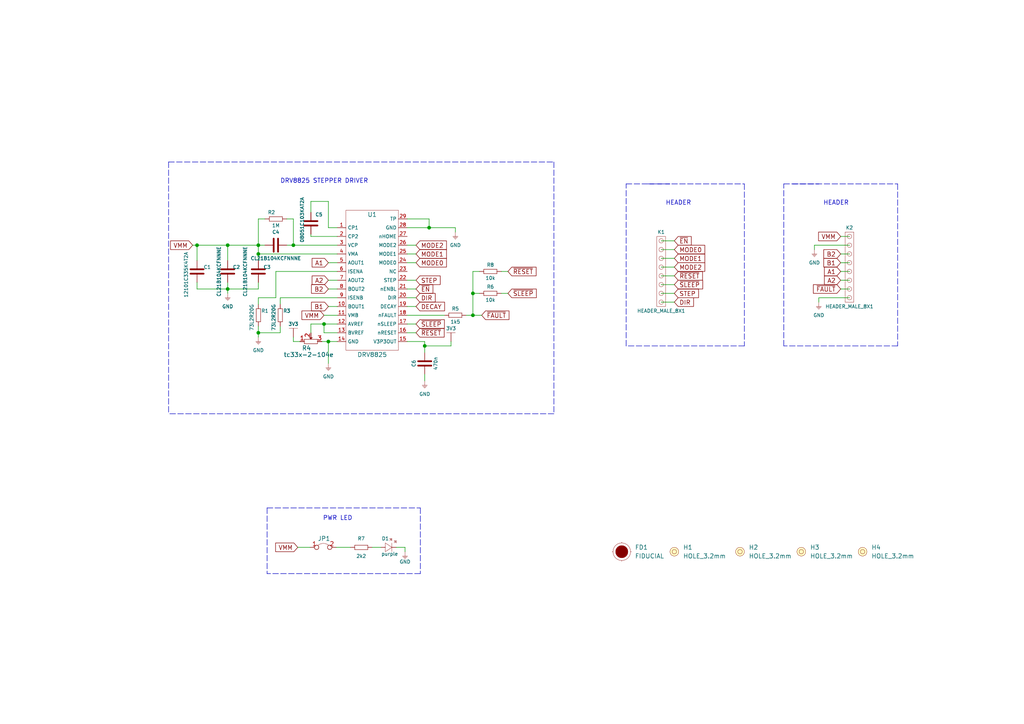
<source format=kicad_sch>
(kicad_sch (version 20211123) (generator eeschema)

  (uuid 18f6710f-9f39-4d15-aa46-ea011d7c8718)

  (paper "A4")

  (title_block
    (title "Stepper driver DRV8825")
    (date "2021-07-12")
    (rev "V1.1.1.")
    (company "SOLDERED")
    (comment 1 "333000")
  )

  (lib_symbols
    (symbol "e-radionica.com schematics:0402LED" (pin_numbers hide) (pin_names (offset 0.254) hide) (in_bom yes) (on_board yes)
      (property "Reference" "D" (id 0) (at -0.635 2.54 0)
        (effects (font (size 1 1)))
      )
      (property "Value" "0402LED" (id 1) (at 0 -2.54 0)
        (effects (font (size 1 1)))
      )
      (property "Footprint" "e-radionica.com footprinti:0402LED" (id 2) (at 0 5.08 0)
        (effects (font (size 1 1)) hide)
      )
      (property "Datasheet" "" (id 3) (at 0 0 0)
        (effects (font (size 1 1)) hide)
      )
      (symbol "0402LED_0_1"
        (polyline
          (pts
            (xy -0.635 1.27)
            (xy 1.27 0)
          )
          (stroke (width 0.0006) (type default) (color 0 0 0 0))
          (fill (type none))
        )
        (polyline
          (pts
            (xy 0.635 1.905)
            (xy 1.27 2.54)
          )
          (stroke (width 0.0006) (type default) (color 0 0 0 0))
          (fill (type none))
        )
        (polyline
          (pts
            (xy 1.27 1.27)
            (xy 1.27 -1.27)
          )
          (stroke (width 0.0006) (type default) (color 0 0 0 0))
          (fill (type none))
        )
        (polyline
          (pts
            (xy 1.905 1.27)
            (xy 2.54 1.905)
          )
          (stroke (width 0.0006) (type default) (color 0 0 0 0))
          (fill (type none))
        )
        (polyline
          (pts
            (xy -0.635 1.27)
            (xy -0.635 -1.27)
            (xy 1.27 0)
          )
          (stroke (width 0.0006) (type default) (color 0 0 0 0))
          (fill (type none))
        )
        (polyline
          (pts
            (xy 1.27 2.54)
            (xy 0.635 2.54)
            (xy 1.27 1.905)
            (xy 1.27 2.54)
          )
          (stroke (width 0.0006) (type default) (color 0 0 0 0))
          (fill (type none))
        )
        (polyline
          (pts
            (xy 2.54 1.905)
            (xy 1.905 1.905)
            (xy 2.54 1.27)
            (xy 2.54 1.905)
          )
          (stroke (width 0.0006) (type default) (color 0 0 0 0))
          (fill (type none))
        )
      )
      (symbol "0402LED_1_1"
        (pin passive line (at -1.905 0 0) (length 1.27)
          (name "A" (effects (font (size 1.27 1.27))))
          (number "1" (effects (font (size 1.27 1.27))))
        )
        (pin passive line (at 2.54 0 180) (length 1.27)
          (name "K" (effects (font (size 1.27 1.27))))
          (number "2" (effects (font (size 1.27 1.27))))
        )
      )
    )
    (symbol "e-radionica.com schematics:0402R" (pin_numbers hide) (pin_names (offset 0.254)) (in_bom yes) (on_board yes)
      (property "Reference" "R" (id 0) (at -1.905 1.27 0)
        (effects (font (size 1 1)))
      )
      (property "Value" "0402R" (id 1) (at 0 -1.27 0)
        (effects (font (size 1 1)))
      )
      (property "Footprint" "e-radionica.com footprinti:0402R" (id 2) (at -2.54 1.905 0)
        (effects (font (size 1 1)) hide)
      )
      (property "Datasheet" "" (id 3) (at -2.54 1.905 0)
        (effects (font (size 1 1)) hide)
      )
      (symbol "0402R_0_1"
        (rectangle (start -1.905 -0.635) (end 1.905 -0.6604)
          (stroke (width 0.1) (type default) (color 0 0 0 0))
          (fill (type none))
        )
        (rectangle (start -1.905 0.635) (end -1.8796 -0.635)
          (stroke (width 0.1) (type default) (color 0 0 0 0))
          (fill (type none))
        )
        (rectangle (start -1.905 0.635) (end 1.905 0.6096)
          (stroke (width 0.1) (type default) (color 0 0 0 0))
          (fill (type none))
        )
        (rectangle (start 1.905 0.635) (end 1.9304 -0.635)
          (stroke (width 0.1) (type default) (color 0 0 0 0))
          (fill (type none))
        )
      )
      (symbol "0402R_1_1"
        (pin passive line (at -3.175 0 0) (length 1.27)
          (name "~" (effects (font (size 1.27 1.27))))
          (number "1" (effects (font (size 1.27 1.27))))
        )
        (pin passive line (at 3.175 0 180) (length 1.27)
          (name "~" (effects (font (size 1.27 1.27))))
          (number "2" (effects (font (size 1.27 1.27))))
        )
      )
    )
    (symbol "e-radionica.com schematics:0603C" (pin_numbers hide) (pin_names (offset 0.002)) (in_bom yes) (on_board yes)
      (property "Reference" "C" (id 0) (at -0.635 3.175 0)
        (effects (font (size 1 1)))
      )
      (property "Value" "0603C" (id 1) (at 0 -3.175 0)
        (effects (font (size 1 1)))
      )
      (property "Footprint" "e-radionica.com footprinti:0603C" (id 2) (at 0 0 0)
        (effects (font (size 1 1)) hide)
      )
      (property "Datasheet" "" (id 3) (at 0 0 0)
        (effects (font (size 1 1)) hide)
      )
      (symbol "0603C_0_1"
        (polyline
          (pts
            (xy -0.635 1.905)
            (xy -0.635 -1.905)
          )
          (stroke (width 0.5) (type default) (color 0 0 0 0))
          (fill (type none))
        )
        (polyline
          (pts
            (xy 0.635 1.905)
            (xy 0.635 -1.905)
          )
          (stroke (width 0.5) (type default) (color 0 0 0 0))
          (fill (type none))
        )
      )
      (symbol "0603C_1_1"
        (pin passive line (at -3.175 0 0) (length 2.54)
          (name "~" (effects (font (size 1.27 1.27))))
          (number "1" (effects (font (size 1.27 1.27))))
        )
        (pin passive line (at 3.175 0 180) (length 2.54)
          (name "~" (effects (font (size 1.27 1.27))))
          (number "2" (effects (font (size 1.27 1.27))))
        )
      )
    )
    (symbol "e-radionica.com schematics:0603R" (pin_numbers hide) (pin_names (offset 0.254)) (in_bom yes) (on_board yes)
      (property "Reference" "R" (id 0) (at -1.905 1.905 0)
        (effects (font (size 1 1)))
      )
      (property "Value" "0603R" (id 1) (at 0 -1.905 0)
        (effects (font (size 1 1)))
      )
      (property "Footprint" "e-radionica.com footprinti:0603R" (id 2) (at -0.635 1.905 0)
        (effects (font (size 1 1)) hide)
      )
      (property "Datasheet" "" (id 3) (at -0.635 1.905 0)
        (effects (font (size 1 1)) hide)
      )
      (symbol "0603R_0_1"
        (rectangle (start -1.905 -0.635) (end 1.905 -0.6604)
          (stroke (width 0.1) (type default) (color 0 0 0 0))
          (fill (type none))
        )
        (rectangle (start -1.905 0.635) (end -1.8796 -0.635)
          (stroke (width 0.1) (type default) (color 0 0 0 0))
          (fill (type none))
        )
        (rectangle (start -1.905 0.635) (end 1.905 0.6096)
          (stroke (width 0.1) (type default) (color 0 0 0 0))
          (fill (type none))
        )
        (rectangle (start 1.905 0.635) (end 1.9304 -0.635)
          (stroke (width 0.1) (type default) (color 0 0 0 0))
          (fill (type none))
        )
      )
      (symbol "0603R_1_1"
        (pin passive line (at -3.175 0 0) (length 1.27)
          (name "~" (effects (font (size 1.27 1.27))))
          (number "1" (effects (font (size 1.27 1.27))))
        )
        (pin passive line (at 3.175 0 180) (length 1.27)
          (name "~" (effects (font (size 1.27 1.27))))
          (number "2" (effects (font (size 1.27 1.27))))
        )
      )
    )
    (symbol "e-radionica.com schematics:0805C" (pin_numbers hide) (in_bom yes) (on_board yes)
      (property "Reference" "C" (id 0) (at -0.635 3.175 0)
        (effects (font (size 1 1)))
      )
      (property "Value" "0805C" (id 1) (at 0 -3.175 0)
        (effects (font (size 1 1)))
      )
      (property "Footprint" "e-radionica.com footprinti:0805C" (id 2) (at 0 0 0)
        (effects (font (size 1 1)) hide)
      )
      (property "Datasheet" "" (id 3) (at 0 0 0)
        (effects (font (size 1 1)) hide)
      )
      (symbol "0805C_0_1"
        (polyline
          (pts
            (xy -0.635 1.905)
            (xy -0.635 -1.905)
          )
          (stroke (width 0.5) (type default) (color 0 0 0 0))
          (fill (type none))
        )
        (polyline
          (pts
            (xy 0.635 1.905)
            (xy 0.635 -1.905)
          )
          (stroke (width 0.5) (type default) (color 0 0 0 0))
          (fill (type none))
        )
      )
      (symbol "0805C_1_1"
        (pin passive line (at -3.175 0 0) (length 2.54)
          (name "~" (effects (font (size 1.27 1.27))))
          (number "1" (effects (font (size 1.27 1.27))))
        )
        (pin passive line (at 3.175 0 180) (length 2.54)
          (name "~" (effects (font (size 1.27 1.27))))
          (number "2" (effects (font (size 1.27 1.27))))
        )
      )
    )
    (symbol "e-radionica.com schematics:1210C" (pin_numbers hide) (in_bom yes) (on_board yes)
      (property "Reference" "C" (id 0) (at -0.635 3.175 0)
        (effects (font (size 1 1)))
      )
      (property "Value" "1210C" (id 1) (at 0 -3.175 0)
        (effects (font (size 1 1)))
      )
      (property "Footprint" "e-radionica.com footprinti:1210C" (id 2) (at 0 0 0)
        (effects (font (size 1 1)) hide)
      )
      (property "Datasheet" "" (id 3) (at 0 0 0)
        (effects (font (size 1 1)) hide)
      )
      (symbol "1210C_0_1"
        (polyline
          (pts
            (xy -0.635 1.905)
            (xy -0.635 -1.905)
          )
          (stroke (width 0.5) (type default) (color 0 0 0 0))
          (fill (type none))
        )
        (polyline
          (pts
            (xy 0.635 1.905)
            (xy 0.635 -1.905)
          )
          (stroke (width 0.5) (type default) (color 0 0 0 0))
          (fill (type none))
        )
      )
      (symbol "1210C_1_1"
        (pin passive line (at -3.175 0 0) (length 2.54)
          (name "~" (effects (font (size 1.27 1.27))))
          (number "1" (effects (font (size 1.27 1.27))))
        )
        (pin passive line (at 3.175 0 180) (length 2.54)
          (name "~" (effects (font (size 1.27 1.27))))
          (number "2" (effects (font (size 1.27 1.27))))
        )
      )
    )
    (symbol "e-radionica.com schematics:3V3" (power) (pin_names (offset 0)) (in_bom yes) (on_board yes)
      (property "Reference" "#PWR" (id 0) (at 4.445 0 0)
        (effects (font (size 1 1)) hide)
      )
      (property "Value" "3V3" (id 1) (at 0 3.556 0)
        (effects (font (size 1 1)))
      )
      (property "Footprint" "" (id 2) (at 4.445 3.81 0)
        (effects (font (size 1 1)) hide)
      )
      (property "Datasheet" "" (id 3) (at 4.445 3.81 0)
        (effects (font (size 1 1)) hide)
      )
      (property "ki_keywords" "power-flag" (id 4) (at 0 0 0)
        (effects (font (size 1.27 1.27)) hide)
      )
      (property "ki_description" "Power symbol creates a global label with name \"+3V3\"" (id 5) (at 0 0 0)
        (effects (font (size 1.27 1.27)) hide)
      )
      (symbol "3V3_0_1"
        (polyline
          (pts
            (xy -1.27 2.54)
            (xy 1.27 2.54)
          )
          (stroke (width 0.0006) (type default) (color 0 0 0 0))
          (fill (type none))
        )
        (polyline
          (pts
            (xy 0 0)
            (xy 0 2.54)
          )
          (stroke (width 0) (type default) (color 0 0 0 0))
          (fill (type none))
        )
      )
      (symbol "3V3_1_1"
        (pin power_in line (at 0 0 90) (length 0) hide
          (name "3V3" (effects (font (size 1.27 1.27))))
          (number "1" (effects (font (size 1.27 1.27))))
        )
      )
    )
    (symbol "e-radionica.com schematics:DRV8825" (in_bom yes) (on_board yes)
      (property "Reference" "U" (id 0) (at 0 22.86 0)
        (effects (font (size 1.27 1.27)))
      )
      (property "Value" "DRV8825" (id 1) (at 0 -20.32 0)
        (effects (font (size 1.27 1.27)))
      )
      (property "Footprint" "e-radionica.com footprinti:DRV8825" (id 2) (at 0 0 0)
        (effects (font (size 1.27 1.27)) hide)
      )
      (property "Datasheet" "" (id 3) (at -3.81 10.16 0)
        (effects (font (size 1.27 1.27)) hide)
      )
      (symbol "DRV8825_0_1"
        (rectangle (start -7.62 21.59) (end 7.62 -19.05)
          (stroke (width 0.0006) (type default) (color 0 0 0 0))
          (fill (type none))
        )
      )
      (symbol "DRV8825_1_1"
        (pin passive line (at -10.16 16.51 0) (length 2.54)
          (name "CP1" (effects (font (size 1 1))))
          (number "1" (effects (font (size 1 1))))
        )
        (pin passive line (at -10.16 -6.35 0) (length 2.54)
          (name "BOUT1" (effects (font (size 1 1))))
          (number "10" (effects (font (size 1 1))))
        )
        (pin passive line (at -10.16 -8.89 0) (length 2.54)
          (name "VMB" (effects (font (size 1 1))))
          (number "11" (effects (font (size 1 1))))
        )
        (pin passive line (at -10.16 -11.43 0) (length 2.54)
          (name "AVREF" (effects (font (size 1 1))))
          (number "12" (effects (font (size 1 1))))
        )
        (pin passive line (at -10.16 -13.97 0) (length 2.54)
          (name "BVREF" (effects (font (size 1 1))))
          (number "13" (effects (font (size 1 1))))
        )
        (pin passive line (at -10.16 -16.51 0) (length 2.54)
          (name "GND" (effects (font (size 1 1))))
          (number "14" (effects (font (size 1 1))))
        )
        (pin passive line (at 10.16 -16.51 180) (length 2.54)
          (name "V3P3OUT" (effects (font (size 1 1))))
          (number "15" (effects (font (size 1 1))))
        )
        (pin passive line (at 10.16 -13.97 180) (length 2.54)
          (name "nRESET" (effects (font (size 1 1))))
          (number "16" (effects (font (size 1 1))))
        )
        (pin passive line (at 10.16 -11.43 180) (length 2.54)
          (name "nSLEEP" (effects (font (size 1 1))))
          (number "17" (effects (font (size 1 1))))
        )
        (pin passive line (at 10.16 -8.89 180) (length 2.54)
          (name "nFAULT" (effects (font (size 1 1))))
          (number "18" (effects (font (size 1 1))))
        )
        (pin passive line (at 10.16 -6.35 180) (length 2.54)
          (name "DECAY" (effects (font (size 1 1))))
          (number "19" (effects (font (size 1 1))))
        )
        (pin passive line (at -10.16 13.97 0) (length 2.54)
          (name "CP2" (effects (font (size 1 1))))
          (number "2" (effects (font (size 1 1))))
        )
        (pin passive line (at 10.16 -3.81 180) (length 2.54)
          (name "DIR" (effects (font (size 1 1))))
          (number "20" (effects (font (size 1 1))))
        )
        (pin passive line (at 10.16 -1.27 180) (length 2.54)
          (name "nENBL" (effects (font (size 1 1))))
          (number "21" (effects (font (size 1 1))))
        )
        (pin passive line (at 10.16 1.27 180) (length 2.54)
          (name "STEP" (effects (font (size 1 1))))
          (number "22" (effects (font (size 1 1))))
        )
        (pin passive line (at 10.16 3.81 180) (length 2.54)
          (name "NC" (effects (font (size 1 1))))
          (number "23" (effects (font (size 1 1))))
        )
        (pin passive line (at 10.16 6.35 180) (length 2.54)
          (name "MODE0" (effects (font (size 1 1))))
          (number "24" (effects (font (size 1 1))))
        )
        (pin passive line (at 10.16 8.89 180) (length 2.54)
          (name "MODE1" (effects (font (size 1 1))))
          (number "25" (effects (font (size 1 1))))
        )
        (pin passive line (at 10.16 11.43 180) (length 2.54)
          (name "MODE2" (effects (font (size 1 1))))
          (number "26" (effects (font (size 1 1))))
        )
        (pin passive line (at 10.16 13.97 180) (length 2.54)
          (name "nHOME" (effects (font (size 1 1))))
          (number "27" (effects (font (size 1 1))))
        )
        (pin passive line (at 10.16 16.51 180) (length 2.54)
          (name "GND" (effects (font (size 1 1))))
          (number "28" (effects (font (size 1 1))))
        )
        (pin passive line (at 10.16 19.05 180) (length 2.54)
          (name "TP" (effects (font (size 1 1))))
          (number "29" (effects (font (size 1 1))))
        )
        (pin passive line (at -10.16 11.43 0) (length 2.54)
          (name "VCP" (effects (font (size 1 1))))
          (number "3" (effects (font (size 1 1))))
        )
        (pin passive line (at -10.16 8.89 0) (length 2.54)
          (name "VMA" (effects (font (size 1 1))))
          (number "4" (effects (font (size 1 1))))
        )
        (pin passive line (at -10.16 6.35 0) (length 2.54)
          (name "AOUT1" (effects (font (size 1 1))))
          (number "5" (effects (font (size 1 1))))
        )
        (pin passive line (at -10.16 3.81 0) (length 2.54)
          (name "ISENA" (effects (font (size 1 1))))
          (number "6" (effects (font (size 1 1))))
        )
        (pin passive line (at -10.16 1.27 0) (length 2.54)
          (name "AOUT2" (effects (font (size 1 1))))
          (number "7" (effects (font (size 1 1))))
        )
        (pin passive line (at -10.16 -1.27 0) (length 2.54)
          (name "BOUT2" (effects (font (size 1 1))))
          (number "8" (effects (font (size 1 1))))
        )
        (pin passive line (at -10.16 -3.81 0) (length 2.54)
          (name "ISENB" (effects (font (size 1 1))))
          (number "9" (effects (font (size 1 1))))
        )
      )
    )
    (symbol "e-radionica.com schematics:FIDUCIAL" (in_bom yes) (on_board yes)
      (property "Reference" "FD" (id 0) (at 0 3.81 0)
        (effects (font (size 1.27 1.27)))
      )
      (property "Value" "FIDUCIAL" (id 1) (at 0 -3.81 0)
        (effects (font (size 1.27 1.27)))
      )
      (property "Footprint" "e-radionica.com footprinti:FIDUCIAL_23" (id 2) (at 0.254 -5.334 0)
        (effects (font (size 1.27 1.27)) hide)
      )
      (property "Datasheet" "" (id 3) (at 0 0 0)
        (effects (font (size 1.27 1.27)) hide)
      )
      (symbol "FIDUCIAL_0_1"
        (polyline
          (pts
            (xy -2.54 0)
            (xy -2.794 0)
          )
          (stroke (width 0.0006) (type default) (color 0 0 0 0))
          (fill (type none))
        )
        (polyline
          (pts
            (xy 0 -2.54)
            (xy 0 -2.794)
          )
          (stroke (width 0.0006) (type default) (color 0 0 0 0))
          (fill (type none))
        )
        (polyline
          (pts
            (xy 0 2.54)
            (xy 0 2.794)
          )
          (stroke (width 0.0006) (type default) (color 0 0 0 0))
          (fill (type none))
        )
        (polyline
          (pts
            (xy 2.54 0)
            (xy 2.794 0)
          )
          (stroke (width 0.0006) (type default) (color 0 0 0 0))
          (fill (type none))
        )
        (circle (center 0 0) (radius 1.7961)
          (stroke (width 0.001) (type default) (color 0 0 0 0))
          (fill (type outline))
        )
        (circle (center 0 0) (radius 2.54)
          (stroke (width 0.0006) (type default) (color 0 0 0 0))
          (fill (type none))
        )
      )
    )
    (symbol "e-radionica.com schematics:GND" (power) (pin_names (offset 0)) (in_bom yes) (on_board yes)
      (property "Reference" "#PWR" (id 0) (at 4.445 0 0)
        (effects (font (size 1 1)) hide)
      )
      (property "Value" "GND" (id 1) (at 0 -2.921 0)
        (effects (font (size 1 1)))
      )
      (property "Footprint" "" (id 2) (at 4.445 3.81 0)
        (effects (font (size 1 1)) hide)
      )
      (property "Datasheet" "" (id 3) (at 4.445 3.81 0)
        (effects (font (size 1 1)) hide)
      )
      (property "ki_keywords" "power-flag" (id 4) (at 0 0 0)
        (effects (font (size 1.27 1.27)) hide)
      )
      (property "ki_description" "Power symbol creates a global label with name \"+3V3\"" (id 5) (at 0 0 0)
        (effects (font (size 1.27 1.27)) hide)
      )
      (symbol "GND_0_1"
        (polyline
          (pts
            (xy -0.762 -1.27)
            (xy 0.762 -1.27)
          )
          (stroke (width 0.0006) (type default) (color 0 0 0 0))
          (fill (type none))
        )
        (polyline
          (pts
            (xy -0.635 -1.524)
            (xy 0.635 -1.524)
          )
          (stroke (width 0.0006) (type default) (color 0 0 0 0))
          (fill (type none))
        )
        (polyline
          (pts
            (xy -0.381 -1.778)
            (xy 0.381 -1.778)
          )
          (stroke (width 0.0006) (type default) (color 0 0 0 0))
          (fill (type none))
        )
        (polyline
          (pts
            (xy -0.127 -2.032)
            (xy 0.127 -2.032)
          )
          (stroke (width 0.0006) (type default) (color 0 0 0 0))
          (fill (type none))
        )
        (polyline
          (pts
            (xy 0 0)
            (xy 0 -1.27)
          )
          (stroke (width 0.0006) (type default) (color 0 0 0 0))
          (fill (type none))
        )
      )
      (symbol "GND_1_1"
        (pin power_in line (at 0 0 270) (length 0) hide
          (name "GND" (effects (font (size 1.27 1.27))))
          (number "1" (effects (font (size 1.27 1.27))))
        )
      )
    )
    (symbol "e-radionica.com schematics:GND_3" (power) (pin_names (offset 0)) (in_bom yes) (on_board yes)
      (property "Reference" "#PWR" (id 0) (at 4.445 0 0)
        (effects (font (size 1 1)) hide)
      )
      (property "Value" "GND" (id 1) (at 0 -2.921 0)
        (effects (font (size 1 1)))
      )
      (property "Footprint" "" (id 2) (at 4.445 3.81 0)
        (effects (font (size 1 1)) hide)
      )
      (property "Datasheet" "" (id 3) (at 4.445 3.81 0)
        (effects (font (size 1 1)) hide)
      )
      (property "ki_keywords" "power-flag" (id 4) (at 0 0 0)
        (effects (font (size 1.27 1.27)) hide)
      )
      (property "ki_description" "Power symbol creates a global label with name \"+3V3\"" (id 5) (at 0 0 0)
        (effects (font (size 1.27 1.27)) hide)
      )
      (symbol "GND_3_0_1"
        (polyline
          (pts
            (xy -0.762 -1.27)
            (xy 0.762 -1.27)
          )
          (stroke (width 0.0006) (type default) (color 0 0 0 0))
          (fill (type none))
        )
        (polyline
          (pts
            (xy -0.635 -1.524)
            (xy 0.635 -1.524)
          )
          (stroke (width 0.0006) (type default) (color 0 0 0 0))
          (fill (type none))
        )
        (polyline
          (pts
            (xy -0.381 -1.778)
            (xy 0.381 -1.778)
          )
          (stroke (width 0.0006) (type default) (color 0 0 0 0))
          (fill (type none))
        )
        (polyline
          (pts
            (xy -0.127 -2.032)
            (xy 0.127 -2.032)
          )
          (stroke (width 0.0006) (type default) (color 0 0 0 0))
          (fill (type none))
        )
        (polyline
          (pts
            (xy 0 0)
            (xy 0 -1.27)
          )
          (stroke (width 0.0006) (type default) (color 0 0 0 0))
          (fill (type none))
        )
      )
      (symbol "GND_3_1_1"
        (pin power_in line (at 0 0 270) (length 0) hide
          (name "GND" (effects (font (size 1.27 1.27))))
          (number "1" (effects (font (size 1.27 1.27))))
        )
      )
    )
    (symbol "e-radionica.com schematics:HEADER_MALE_8X1" (pin_numbers hide) (pin_names hide) (in_bom yes) (on_board yes)
      (property "Reference" "K" (id 0) (at -0.635 12.7 0)
        (effects (font (size 1 1)))
      )
      (property "Value" "HEADER_MALE_8X1" (id 1) (at 0.635 -10.16 0)
        (effects (font (size 1 1)))
      )
      (property "Footprint" "e-radionica.com footprinti:HEADER_MALE_8X1" (id 2) (at 0 0 0)
        (effects (font (size 1 1)) hide)
      )
      (property "Datasheet" "" (id 3) (at 0 0 0)
        (effects (font (size 1 1)) hide)
      )
      (symbol "HEADER_MALE_8X1_0_1"
        (circle (center 0 -7.62) (radius 0.635)
          (stroke (width 0.0006) (type default) (color 0 0 0 0))
          (fill (type none))
        )
        (circle (center 0 -5.08) (radius 0.635)
          (stroke (width 0.0006) (type default) (color 0 0 0 0))
          (fill (type none))
        )
        (circle (center 0 -2.54) (radius 0.635)
          (stroke (width 0.0006) (type default) (color 0 0 0 0))
          (fill (type none))
        )
        (circle (center 0 0) (radius 0.635)
          (stroke (width 0.0006) (type default) (color 0 0 0 0))
          (fill (type none))
        )
        (circle (center 0 2.54) (radius 0.635)
          (stroke (width 0.0006) (type default) (color 0 0 0 0))
          (fill (type none))
        )
        (circle (center 0 5.08) (radius 0.635)
          (stroke (width 0.0006) (type default) (color 0 0 0 0))
          (fill (type none))
        )
        (circle (center 0 7.62) (radius 0.635)
          (stroke (width 0.0006) (type default) (color 0 0 0 0))
          (fill (type none))
        )
        (circle (center 0 10.16) (radius 0.635)
          (stroke (width 0.0006) (type default) (color 0 0 0 0))
          (fill (type none))
        )
        (rectangle (start 1.27 -8.89) (end -1.27 11.43)
          (stroke (width 0.0006) (type default) (color 0 0 0 0))
          (fill (type none))
        )
      )
      (symbol "HEADER_MALE_8X1_1_1"
        (pin passive line (at 0 -7.62 180) (length 0)
          (name "~" (effects (font (size 0.991 0.991))))
          (number "1" (effects (font (size 0.991 0.991))))
        )
        (pin passive line (at 0 -5.08 180) (length 0)
          (name "~" (effects (font (size 0.991 0.991))))
          (number "2" (effects (font (size 0.991 0.991))))
        )
        (pin passive line (at 0 -2.54 180) (length 0)
          (name "~" (effects (font (size 0.991 0.991))))
          (number "3" (effects (font (size 0.991 0.991))))
        )
        (pin passive line (at 0 0 180) (length 0)
          (name "~" (effects (font (size 0.991 0.991))))
          (number "4" (effects (font (size 0.991 0.991))))
        )
        (pin passive line (at 0 2.54 180) (length 0)
          (name "~" (effects (font (size 0.991 0.991))))
          (number "5" (effects (font (size 0.991 0.991))))
        )
        (pin passive line (at 0 5.08 180) (length 0)
          (name "~" (effects (font (size 0.991 0.991))))
          (number "6" (effects (font (size 0.991 0.991))))
        )
        (pin passive line (at 0 7.62 180) (length 0)
          (name "~" (effects (font (size 0.991 0.991))))
          (number "7" (effects (font (size 0.991 0.991))))
        )
        (pin passive line (at 0 10.16 180) (length 0)
          (name "~" (effects (font (size 0.991 0.991))))
          (number "8" (effects (font (size 0.991 0.991))))
        )
      )
    )
    (symbol "e-radionica.com schematics:HOLE_3.2mm" (pin_numbers hide) (pin_names hide) (in_bom yes) (on_board yes)
      (property "Reference" "H" (id 0) (at 0 2.54 0)
        (effects (font (size 1.27 1.27)))
      )
      (property "Value" "HOLE_3.2mm" (id 1) (at 0 -2.54 0)
        (effects (font (size 1.27 1.27)))
      )
      (property "Footprint" "e-radionica.com footprinti:HOLE_3.2mm" (id 2) (at 0 0 0)
        (effects (font (size 1.27 1.27)) hide)
      )
      (property "Datasheet" "" (id 3) (at 0 0 0)
        (effects (font (size 1.27 1.27)) hide)
      )
      (symbol "HOLE_3.2mm_0_1"
        (circle (center 0 0) (radius 0.635)
          (stroke (width 0.0006) (type default) (color 0 0 0 0))
          (fill (type none))
        )
        (circle (center 0 0) (radius 1.27)
          (stroke (width 0.001) (type default) (color 0 0 0 0))
          (fill (type background))
        )
      )
    )
    (symbol "e-radionica.com schematics:SMD-JUMPER-CONNECTED_TRACE_SLODERMASK" (in_bom yes) (on_board yes)
      (property "Reference" "JP" (id 0) (at 0 3.556 0)
        (effects (font (size 1.27 1.27)))
      )
      (property "Value" "SMD-JUMPER-CONNECTED_TRACE_SLODERMASK" (id 1) (at 0 -2.54 0)
        (effects (font (size 1.27 1.27)))
      )
      (property "Footprint" "e-radionica.com footprinti:SMD-JUMPER-CONNECTED_TRACE_SLODERMASK" (id 2) (at 0 -5.715 0)
        (effects (font (size 1.27 1.27)) hide)
      )
      (property "Datasheet" "" (id 3) (at 0 0 0)
        (effects (font (size 1.27 1.27)) hide)
      )
      (symbol "SMD-JUMPER-CONNECTED_TRACE_SLODERMASK_0_1"
        (arc (start 1.397 0.5842) (mid -0.2077 1.1365) (end -1.8034 0.5588)
          (stroke (width 0.0006) (type default) (color 0 0 0 0))
          (fill (type none))
        )
      )
      (symbol "SMD-JUMPER-CONNECTED_TRACE_SLODERMASK_1_1"
        (pin passive inverted (at -4.064 0 0) (length 2.54)
          (name "" (effects (font (size 1.27 1.27))))
          (number "1" (effects (font (size 1.27 1.27))))
        )
        (pin passive inverted (at 3.556 0 180) (length 2.54)
          (name "" (effects (font (size 1.27 1.27))))
          (number "2" (effects (font (size 1.27 1.27))))
        )
      )
    )
    (symbol "e-radionica.com schematics:tc33x-2-103e" (in_bom yes) (on_board yes)
      (property "Reference" "R" (id 0) (at -1.778 3.302 0)
        (effects (font (size 1.27 1.27)))
      )
      (property "Value" "tc33x-2-103e" (id 1) (at 0 -2.54 0)
        (effects (font (size 1.27 1.27)))
      )
      (property "Footprint" "e-radionica.com footprinti:tc33x-2-103e" (id 2) (at 0 -5.08 0)
        (effects (font (size 1.27 1.27)) hide)
      )
      (property "Datasheet" "" (id 3) (at -0.0508 -0.0508 0)
        (effects (font (size 1.27 1.27)) hide)
      )
      (symbol "tc33x-2-103e_0_1"
        (rectangle (start -1.905 -0.635) (end 1.905 -0.6604)
          (stroke (width 0.1) (type default) (color 0 0 0 0))
          (fill (type none))
        )
        (rectangle (start -1.905 0.635) (end -1.8796 -0.635)
          (stroke (width 0.1) (type default) (color 0 0 0 0))
          (fill (type none))
        )
        (rectangle (start -1.905 0.635) (end 1.905 0.6096)
          (stroke (width 0.1) (type default) (color 0 0 0 0))
          (fill (type none))
        )
        (polyline
          (pts
            (xy -0.4318 1.1684)
            (xy 0.4826 1.1684)
            (xy 0 0.635)
            (xy -0.4064 1.0922)
            (xy -0.4826 1.1684)
            (xy 0 0.7874)
            (xy 0.3048 1.1176)
            (xy -0.254 1.0668)
            (xy 0.0254 0.8636)
            (xy 0.0762 1.0414)
            (xy -0.0254 0.9652)
          )
          (stroke (width 0.0006) (type default) (color 0 0 0 0))
          (fill (type none))
        )
        (rectangle (start 1.905 0.635) (end 1.9304 -0.635)
          (stroke (width 0.1) (type default) (color 0 0 0 0))
          (fill (type none))
        )
      )
      (symbol "tc33x-2-103e_1_1"
        (pin passive line (at -3.175 0 0) (length 1.27)
          (name "~" (effects (font (size 1.27 1.27))))
          (number "1" (effects (font (size 1.27 1.27))))
        )
        (pin passive line (at 0 2.4892 270) (length 1.27)
          (name "" (effects (font (size 1.27 1.27))))
          (number "2" (effects (font (size 1.27 1.27))))
        )
        (pin passive line (at 3.175 0.0002 180) (length 1.27)
          (name "~" (effects (font (size 1.27 1.27))))
          (number "3" (effects (font (size 1.27 1.27))))
        )
      )
    )
  )

  (junction (at 95.25 99.06) (diameter 0.9144) (color 0 0 0 0)
    (uuid 08a7c925-7fae-4530-b0c9-120e185cb318)
  )
  (junction (at 137.16 91.44) (diameter 0.9144) (color 0 0 0 0)
    (uuid 240e07e1-770b-4b27-894f-29fd601c924d)
  )
  (junction (at 74.93 73.66) (diameter 0.9144) (color 0 0 0 0)
    (uuid 2d6db888-4e40-41c8-b701-07170fc894bc)
  )
  (junction (at 57.15 71.12) (diameter 0.9144) (color 0 0 0 0)
    (uuid 31e08896-1992-4725-96d9-9d2728bca7a3)
  )
  (junction (at 123.19 100.33) (diameter 0.9144) (color 0 0 0 0)
    (uuid 4a4ec8d9-3d72-4952-83d4-808f65849a2b)
  )
  (junction (at 85.09 71.12) (diameter 0.9144) (color 0 0 0 0)
    (uuid 5528bcad-2950-4673-90eb-c37e6952c475)
  )
  (junction (at 74.93 71.12) (diameter 0.9144) (color 0 0 0 0)
    (uuid 66043bca-a260-4915-9fce-8a51d324c687)
  )
  (junction (at 74.93 96.52) (diameter 0.9144) (color 0 0 0 0)
    (uuid 7bbf981c-a063-4e30-8911-e4228e1c0743)
  )
  (junction (at 93.98 93.98) (diameter 0.9144) (color 0 0 0 0)
    (uuid 7edc9030-db7b-43ac-a1b3-b87eeacb4c2d)
  )
  (junction (at 66.04 83.82) (diameter 0.9144) (color 0 0 0 0)
    (uuid 852dabbf-de45-4470-8176-59d37a754407)
  )
  (junction (at 66.04 71.12) (diameter 0.9144) (color 0 0 0 0)
    (uuid b5352a33-563a-4ffe-a231-2e68fb54afa3)
  )
  (junction (at 124.46 66.04) (diameter 0.9144) (color 0 0 0 0)
    (uuid cbd8faed-e1f8-4406-87c8-58b2c504a5d4)
  )
  (junction (at 137.16 85.09) (diameter 0.9144) (color 0 0 0 0)
    (uuid f2c93195-af12-4d3e-acdf-bdd0ff675c24)
  )

  (wire (pts (xy 118.11 76.2) (xy 120.65 76.2))
    (stroke (width 0) (type solid) (color 0 0 0 0))
    (uuid 0e78ed41-caa0-4e2c-afa5-61f8c0d489f9)
  )
  (wire (pts (xy 191.77 74.93) (xy 195.58 74.93))
    (stroke (width 0) (type solid) (color 0 0 0 0))
    (uuid 105819fc-5e0f-445c-b1c5-6a455b989ec9)
  )
  (wire (pts (xy 243.84 81.28) (xy 246.38 81.28))
    (stroke (width 0) (type solid) (color 0 0 0 0))
    (uuid 11faa159-ae99-4a34-a01c-032d52f0ef7e)
  )
  (polyline (pts (xy 181.61 53.34) (xy 194.31 53.34))
    (stroke (width 0) (type dash) (color 0 0 0 0))
    (uuid 1501b92a-f44d-40d8-93c6-1a7a6ee8d69d)
  )
  (polyline (pts (xy 181.61 100.33) (xy 181.61 53.34))
    (stroke (width 0) (type dash) (color 0 0 0 0))
    (uuid 1501b92a-f44d-40d8-93c6-1a7a6ee8d69e)
  )
  (polyline (pts (xy 187.96 53.34) (xy 215.9 53.34))
    (stroke (width 0) (type dash) (color 0 0 0 0))
    (uuid 1501b92a-f44d-40d8-93c6-1a7a6ee8d69f)
  )
  (polyline (pts (xy 215.9 53.34) (xy 215.9 100.33))
    (stroke (width 0) (type dash) (color 0 0 0 0))
    (uuid 1501b92a-f44d-40d8-93c6-1a7a6ee8d6a0)
  )
  (polyline (pts (xy 215.9 100.33) (xy 181.61 100.33))
    (stroke (width 0) (type dash) (color 0 0 0 0))
    (uuid 1501b92a-f44d-40d8-93c6-1a7a6ee8d6a1)
  )

  (wire (pts (xy 137.16 91.44) (xy 139.7 91.44))
    (stroke (width 0) (type solid) (color 0 0 0 0))
    (uuid 15b3e5ff-3c0b-4e75-8433-31002cdcb3c4)
  )
  (wire (pts (xy 118.11 93.98) (xy 120.65 93.98))
    (stroke (width 0) (type solid) (color 0 0 0 0))
    (uuid 17942fd3-f9b4-43b4-91a6-8e33fe4b28d3)
  )
  (wire (pts (xy 191.77 87.63) (xy 195.58 87.63))
    (stroke (width 0) (type solid) (color 0 0 0 0))
    (uuid 20879635-5d70-4a11-b736-84e20a0ca62b)
  )
  (wire (pts (xy 93.345 99.0598) (xy 95.25 99.0598))
    (stroke (width 0) (type solid) (color 0 0 0 0))
    (uuid 2200fbff-f63f-4ee9-b080-6b39a4d1f0fb)
  )
  (wire (pts (xy 95.25 99.0598) (xy 95.25 99.06))
    (stroke (width 0) (type solid) (color 0 0 0 0))
    (uuid 2200fbff-f63f-4ee9-b080-6b39a4d1f0fc)
  )
  (wire (pts (xy 237.49 86.36) (xy 237.49 87.63))
    (stroke (width 0) (type solid) (color 0 0 0 0))
    (uuid 23e8301b-4c2d-4f66-ab07-a2395c71e541)
  )
  (wire (pts (xy 246.38 86.36) (xy 237.49 86.36))
    (stroke (width 0) (type solid) (color 0 0 0 0))
    (uuid 23e8301b-4c2d-4f66-ab07-a2395c71e542)
  )
  (wire (pts (xy 118.11 88.9) (xy 120.65 88.9))
    (stroke (width 0) (type solid) (color 0 0 0 0))
    (uuid 2648eaa7-46fd-4b4c-888d-ad51dd6f06bc)
  )
  (wire (pts (xy 118.11 73.66) (xy 120.65 73.66))
    (stroke (width 0) (type solid) (color 0 0 0 0))
    (uuid 29f0376d-b2a9-4f8c-8a73-6c4d1e927b17)
  )
  (wire (pts (xy 137.16 85.09) (xy 137.16 91.44))
    (stroke (width 0) (type solid) (color 0 0 0 0))
    (uuid 2a9e4ad9-7a03-48e3-9743-4894db178c0e)
  )
  (wire (pts (xy 139.065 85.09) (xy 137.16 85.09))
    (stroke (width 0) (type solid) (color 0 0 0 0))
    (uuid 2a9e4ad9-7a03-48e3-9743-4894db178c0f)
  )
  (wire (pts (xy 118.11 86.36) (xy 120.65 86.36))
    (stroke (width 0) (type solid) (color 0 0 0 0))
    (uuid 2b344dbb-c7d3-433e-8205-8b7e74e400e0)
  )
  (wire (pts (xy 123.19 108.585) (xy 123.19 110.49))
    (stroke (width 0) (type solid) (color 0 0 0 0))
    (uuid 2c278c9e-eafd-45c7-8b37-f689c8bbfdd6)
  )
  (wire (pts (xy 95.25 76.2) (xy 97.79 76.2))
    (stroke (width 0) (type solid) (color 0 0 0 0))
    (uuid 30f4baac-9a18-465f-bba8-7dfb27738250)
  )
  (wire (pts (xy 95.25 88.9) (xy 97.79 88.9))
    (stroke (width 0) (type solid) (color 0 0 0 0))
    (uuid 3124538d-e323-408f-9226-962d183ba90b)
  )
  (wire (pts (xy 74.93 96.52) (xy 74.93 97.79))
    (stroke (width 0) (type solid) (color 0 0 0 0))
    (uuid 3b170926-5d16-45bd-84a6-28447394efa5)
  )
  (wire (pts (xy 93.98 93.98) (xy 97.79 93.98))
    (stroke (width 0) (type solid) (color 0 0 0 0))
    (uuid 4029c444-48c1-4bef-b91b-b061255a73ed)
  )
  (wire (pts (xy 90.17 68.58) (xy 90.17 67.945))
    (stroke (width 0) (type solid) (color 0 0 0 0))
    (uuid 478fa2e6-919f-49b3-a8ae-55eaf64762a7)
  )
  (wire (pts (xy 97.79 68.58) (xy 90.17 68.58))
    (stroke (width 0) (type solid) (color 0 0 0 0))
    (uuid 478fa2e6-919f-49b3-a8ae-55eaf64762a8)
  )
  (wire (pts (xy 117.475 158.75) (xy 117.475 160.02))
    (stroke (width 0) (type solid) (color 0 0 0 0))
    (uuid 486c449c-dd85-4d3b-b93a-e51bea52f6eb)
  )
  (wire (pts (xy 74.93 73.66) (xy 74.93 71.12))
    (stroke (width 0) (type solid) (color 0 0 0 0))
    (uuid 4f7ed8a3-b3ad-4cd6-9449-dbc757e0082b)
  )
  (wire (pts (xy 97.79 73.66) (xy 74.93 73.66))
    (stroke (width 0) (type solid) (color 0 0 0 0))
    (uuid 4f7ed8a3-b3ad-4cd6-9449-dbc757e0082c)
  )
  (wire (pts (xy 243.84 68.58) (xy 246.38 68.58))
    (stroke (width 0) (type solid) (color 0 0 0 0))
    (uuid 5254c367-3565-471d-9582-b80c93e2c6f3)
  )
  (wire (pts (xy 118.11 83.82) (xy 120.65 83.82))
    (stroke (width 0) (type solid) (color 0 0 0 0))
    (uuid 53d1c100-3579-4659-b67f-d91586100d36)
  )
  (wire (pts (xy 118.11 91.44) (xy 128.905 91.44))
    (stroke (width 0) (type solid) (color 0 0 0 0))
    (uuid 54132ddc-b66d-42d1-85c9-3dd16e1efcff)
  )
  (wire (pts (xy 74.93 96.52) (xy 81.28 96.52))
    (stroke (width 0) (type solid) (color 0 0 0 0))
    (uuid 54d63a0d-3378-4507-ae93-66a950d040dc)
  )
  (wire (pts (xy 83.185 71.12) (xy 85.09 71.12))
    (stroke (width 0) (type solid) (color 0 0 0 0))
    (uuid 57f0c76b-d43a-4a24-b20f-439b926c6ba3)
  )
  (wire (pts (xy 137.16 78.74) (xy 137.16 85.09))
    (stroke (width 0) (type solid) (color 0 0 0 0))
    (uuid 5c126c2b-a3df-4d24-a230-0ca95bb26b40)
  )
  (wire (pts (xy 139.065 78.74) (xy 137.16 78.74))
    (stroke (width 0) (type solid) (color 0 0 0 0))
    (uuid 5c126c2b-a3df-4d24-a230-0ca95bb26b41)
  )
  (wire (pts (xy 74.93 73.66) (xy 74.93 75.565))
    (stroke (width 0) (type solid) (color 0 0 0 0))
    (uuid 5db460f0-e478-47f7-b295-b9ebb98dfad0)
  )
  (wire (pts (xy 83.185 63.5) (xy 85.09 63.5))
    (stroke (width 0) (type solid) (color 0 0 0 0))
    (uuid 70315697-44e0-4f20-a5b2-42acc534e39b)
  )
  (wire (pts (xy 85.09 71.12) (xy 85.09 63.5))
    (stroke (width 0) (type solid) (color 0 0 0 0))
    (uuid 70315697-44e0-4f20-a5b2-42acc534e39c)
  )
  (wire (pts (xy 97.79 71.12) (xy 85.09 71.12))
    (stroke (width 0) (type solid) (color 0 0 0 0))
    (uuid 70315697-44e0-4f20-a5b2-42acc534e39d)
  )
  (wire (pts (xy 66.04 81.915) (xy 66.04 83.82))
    (stroke (width 0) (type solid) (color 0 0 0 0))
    (uuid 71749ab7-fc03-4197-abb9-5e085f116957)
  )
  (wire (pts (xy 66.04 83.82) (xy 66.04 85.09))
    (stroke (width 0) (type solid) (color 0 0 0 0))
    (uuid 71749ab7-fc03-4197-abb9-5e085f116958)
  )
  (wire (pts (xy 107.95 158.75) (xy 110.49 158.75))
    (stroke (width 0) (type solid) (color 0 0 0 0))
    (uuid 71bb1371-45b0-4fe0-9226-6f781c7ab8ec)
  )
  (wire (pts (xy 191.77 80.01) (xy 195.58 80.01))
    (stroke (width 0) (type solid) (color 0 0 0 0))
    (uuid 745dab6b-89c5-49f8-902f-c9bca0a502a6)
  )
  (wire (pts (xy 81.28 94.615) (xy 81.28 96.52))
    (stroke (width 0) (type solid) (color 0 0 0 0))
    (uuid 74697d55-1504-4993-8e8b-ff84f75092dc)
  )
  (wire (pts (xy 95.25 83.82) (xy 97.79 83.82))
    (stroke (width 0) (type solid) (color 0 0 0 0))
    (uuid 75938c5d-6f5b-4a42-affa-41679882c2fb)
  )
  (wire (pts (xy 123.19 100.33) (xy 123.19 102.235))
    (stroke (width 0) (type solid) (color 0 0 0 0))
    (uuid 75bdf7f5-5904-49ba-b274-d4cbb8aee05e)
  )
  (wire (pts (xy 130.81 99.06) (xy 130.81 100.33))
    (stroke (width 0) (type solid) (color 0 0 0 0))
    (uuid 75bdf7f5-5904-49ba-b274-d4cbb8aee05f)
  )
  (wire (pts (xy 130.81 100.33) (xy 123.19 100.33))
    (stroke (width 0) (type solid) (color 0 0 0 0))
    (uuid 75bdf7f5-5904-49ba-b274-d4cbb8aee060)
  )
  (wire (pts (xy 66.04 71.12) (xy 74.93 71.12))
    (stroke (width 0) (type solid) (color 0 0 0 0))
    (uuid 76d3362c-5426-4c5c-917c-b376c97e183f)
  )
  (wire (pts (xy 66.04 75.565) (xy 66.04 71.12))
    (stroke (width 0) (type solid) (color 0 0 0 0))
    (uuid 76d3362c-5426-4c5c-917c-b376c97e1840)
  )
  (wire (pts (xy 95.25 99.06) (xy 95.25 105.41))
    (stroke (width 0) (type solid) (color 0 0 0 0))
    (uuid 775bc3bf-af03-4b1b-b37d-f8e28c41269a)
  )
  (wire (pts (xy 97.79 99.06) (xy 95.25 99.06))
    (stroke (width 0) (type solid) (color 0 0 0 0))
    (uuid 775bc3bf-af03-4b1b-b37d-f8e28c41269b)
  )
  (polyline (pts (xy 77.47 147.32) (xy 77.47 166.37))
    (stroke (width 0) (type dash) (color 0 0 0 0))
    (uuid 787d3243-7d36-401c-a45e-0511b3b99409)
  )

  (wire (pts (xy 90.17 93.98) (xy 90.17 96.5708))
    (stroke (width 0) (type solid) (color 0 0 0 0))
    (uuid 78e84750-9b67-4784-8f17-b14f84cb722e)
  )
  (wire (pts (xy 93.98 93.98) (xy 90.17 93.98))
    (stroke (width 0) (type solid) (color 0 0 0 0))
    (uuid 78e84750-9b67-4784-8f17-b14f84cb722f)
  )
  (wire (pts (xy 93.98 96.52) (xy 93.98 93.98))
    (stroke (width 0) (type solid) (color 0 0 0 0))
    (uuid 78e84750-9b67-4784-8f17-b14f84cb7230)
  )
  (wire (pts (xy 97.79 96.52) (xy 93.98 96.52))
    (stroke (width 0) (type solid) (color 0 0 0 0))
    (uuid 78e84750-9b67-4784-8f17-b14f84cb7231)
  )
  (polyline (pts (xy 121.92 166.37) (xy 77.47 166.37))
    (stroke (width 0) (type dash) (color 0 0 0 0))
    (uuid 7c5d0bf7-2d2b-487e-9b78-c79d14fb3f56)
  )

  (wire (pts (xy 90.17 58.42) (xy 90.17 61.595))
    (stroke (width 0) (type solid) (color 0 0 0 0))
    (uuid 7d636d84-c795-4361-8a57-8e16e98443a5)
  )
  (wire (pts (xy 95.25 58.42) (xy 90.17 58.42))
    (stroke (width 0) (type solid) (color 0 0 0 0))
    (uuid 7d636d84-c795-4361-8a57-8e16e98443a6)
  )
  (wire (pts (xy 95.25 66.04) (xy 95.25 58.42))
    (stroke (width 0) (type solid) (color 0 0 0 0))
    (uuid 7d636d84-c795-4361-8a57-8e16e98443a7)
  )
  (wire (pts (xy 97.79 66.04) (xy 95.25 66.04))
    (stroke (width 0) (type solid) (color 0 0 0 0))
    (uuid 7d636d84-c795-4361-8a57-8e16e98443a8)
  )
  (wire (pts (xy 57.15 83.82) (xy 57.15 81.915))
    (stroke (width 0) (type solid) (color 0 0 0 0))
    (uuid 7de80846-718f-449f-b69f-bf14fc7313ae)
  )
  (wire (pts (xy 74.93 81.915) (xy 74.93 83.82))
    (stroke (width 0) (type solid) (color 0 0 0 0))
    (uuid 7de80846-718f-449f-b69f-bf14fc7313af)
  )
  (wire (pts (xy 243.84 83.82) (xy 246.38 83.82))
    (stroke (width 0) (type solid) (color 0 0 0 0))
    (uuid 7f940bf5-891b-4cc4-ad4a-a5e0172014da)
  )
  (wire (pts (xy 123.19 99.06) (xy 123.19 100.33))
    (stroke (width 0) (type solid) (color 0 0 0 0))
    (uuid 83a5245e-6bbe-4ffc-93c7-9394ee7d6187)
  )
  (wire (pts (xy 118.11 71.12) (xy 120.65 71.12))
    (stroke (width 0) (type solid) (color 0 0 0 0))
    (uuid 85b15769-049d-47f7-b717-b9e9e5ce5570)
  )
  (wire (pts (xy 135.255 91.44) (xy 137.16 91.44))
    (stroke (width 0) (type solid) (color 0 0 0 0))
    (uuid 8be44ecc-b50b-4704-8daa-adfcd7576374)
  )
  (wire (pts (xy 55.88 71.12) (xy 57.15 71.12))
    (stroke (width 0) (type solid) (color 0 0 0 0))
    (uuid 8cdcfe1c-6020-4c59-8c8d-eac3ea28ef1a)
  )
  (wire (pts (xy 93.98 91.44) (xy 97.79 91.44))
    (stroke (width 0) (type solid) (color 0 0 0 0))
    (uuid 8df62e3d-77ff-43a5-8aae-64863e356776)
  )
  (wire (pts (xy 89.916 158.75) (xy 86.36 158.75))
    (stroke (width 0) (type solid) (color 0 0 0 0))
    (uuid 93873bf4-22da-4082-bc55-f6c5f2750e72)
  )
  (wire (pts (xy 191.77 85.09) (xy 195.58 85.09))
    (stroke (width 0) (type solid) (color 0 0 0 0))
    (uuid 94bb01d8-e73c-4a17-86e5-cabffd84e2b5)
  )
  (wire (pts (xy 57.15 83.82) (xy 66.04 83.82))
    (stroke (width 0) (type solid) (color 0 0 0 0))
    (uuid 96d0a81d-1796-48e6-88e9-296eabc22933)
  )
  (wire (pts (xy 74.93 86.36) (xy 74.93 88.265))
    (stroke (width 0) (type solid) (color 0 0 0 0))
    (uuid 98291e7a-bcea-43d8-b006-df597e6e7c5c)
  )
  (wire (pts (xy 80.01 78.74) (xy 80.01 86.36))
    (stroke (width 0) (type solid) (color 0 0 0 0))
    (uuid 98291e7a-bcea-43d8-b006-df597e6e7c5d)
  )
  (wire (pts (xy 80.01 86.36) (xy 74.93 86.36))
    (stroke (width 0) (type solid) (color 0 0 0 0))
    (uuid 98291e7a-bcea-43d8-b006-df597e6e7c5e)
  )
  (wire (pts (xy 97.79 78.74) (xy 80.01 78.74))
    (stroke (width 0) (type solid) (color 0 0 0 0))
    (uuid 98291e7a-bcea-43d8-b006-df597e6e7c5f)
  )
  (wire (pts (xy 118.11 63.5) (xy 124.46 63.5))
    (stroke (width 0) (type solid) (color 0 0 0 0))
    (uuid a2775135-136b-4e4f-8f39-f0b6eb264390)
  )
  (wire (pts (xy 124.46 63.5) (xy 124.46 66.04))
    (stroke (width 0) (type solid) (color 0 0 0 0))
    (uuid a2775135-136b-4e4f-8f39-f0b6eb264391)
  )
  (wire (pts (xy 243.84 76.2) (xy 246.38 76.2))
    (stroke (width 0) (type solid) (color 0 0 0 0))
    (uuid a2e85f8d-f720-4789-b9c6-b9537d0a1230)
  )
  (wire (pts (xy 97.536 158.75) (xy 101.6 158.75))
    (stroke (width 0) (type solid) (color 0 0 0 0))
    (uuid a9d6c150-5b03-4104-b9a1-3bbf8b57108f)
  )
  (polyline (pts (xy 77.47 147.32) (xy 121.92 147.32))
    (stroke (width 0) (type dash) (color 0 0 0 0))
    (uuid aa9ad22b-538a-46d2-8e4e-191d30fc65cc)
  )

  (wire (pts (xy 66.04 83.82) (xy 74.93 83.82))
    (stroke (width 0) (type solid) (color 0 0 0 0))
    (uuid b011456c-413c-4085-945f-4a3c80958103)
  )
  (wire (pts (xy 145.415 78.74) (xy 147.32 78.74))
    (stroke (width 0) (type solid) (color 0 0 0 0))
    (uuid b15f71fd-fe96-44ca-941b-189824fbd66c)
  )
  (wire (pts (xy 191.77 72.39) (xy 195.58 72.39))
    (stroke (width 0) (type solid) (color 0 0 0 0))
    (uuid b58fa097-ed1c-4a5f-9251-e01aa0a08d98)
  )
  (wire (pts (xy 118.11 81.28) (xy 120.65 81.28))
    (stroke (width 0) (type solid) (color 0 0 0 0))
    (uuid b69d2cfb-c7e9-4159-93e3-3332149c3c9e)
  )
  (polyline (pts (xy 48.895 46.99) (xy 48.895 120.015))
    (stroke (width 0) (type dash) (color 0 0 0 0))
    (uuid b764e47b-7a8b-4a67-b7d4-2e79dd948a04)
  )
  (polyline (pts (xy 48.895 46.99) (xy 160.655 46.99))
    (stroke (width 0) (type dash) (color 0 0 0 0))
    (uuid b764e47b-7a8b-4a67-b7d4-2e79dd948a05)
  )
  (polyline (pts (xy 160.655 46.99) (xy 160.655 120.015))
    (stroke (width 0) (type dash) (color 0 0 0 0))
    (uuid b764e47b-7a8b-4a67-b7d4-2e79dd948a06)
  )
  (polyline (pts (xy 160.655 120.015) (xy 48.895 120.015))
    (stroke (width 0) (type dash) (color 0 0 0 0))
    (uuid b764e47b-7a8b-4a67-b7d4-2e79dd948a07)
  )

  (wire (pts (xy 243.84 73.66) (xy 246.38 73.66))
    (stroke (width 0) (type solid) (color 0 0 0 0))
    (uuid b943a24d-544d-4d0e-b651-d4c57acd888b)
  )
  (wire (pts (xy 95.25 81.28) (xy 97.79 81.28))
    (stroke (width 0) (type solid) (color 0 0 0 0))
    (uuid c41ed6e1-4054-4f38-88a2-6067c42f00c3)
  )
  (wire (pts (xy 145.415 85.09) (xy 147.32 85.09))
    (stroke (width 0) (type solid) (color 0 0 0 0))
    (uuid c6a3d4d4-8d0d-4156-ac40-624328a8e323)
  )
  (wire (pts (xy 81.28 86.36) (xy 97.79 86.36))
    (stroke (width 0) (type solid) (color 0 0 0 0))
    (uuid c7549db1-e8ef-4920-b69d-e70142e350b0)
  )
  (wire (pts (xy 81.28 88.265) (xy 81.28 86.36))
    (stroke (width 0) (type solid) (color 0 0 0 0))
    (uuid c7549db1-e8ef-4920-b69d-e70142e350b1)
  )
  (wire (pts (xy 74.93 63.5) (xy 74.93 71.12))
    (stroke (width 0) (type solid) (color 0 0 0 0))
    (uuid c7c73c06-76cd-4f7d-8ad5-5a19b387d460)
  )
  (wire (pts (xy 74.93 71.12) (xy 76.835 71.12))
    (stroke (width 0) (type solid) (color 0 0 0 0))
    (uuid c7c73c06-76cd-4f7d-8ad5-5a19b387d461)
  )
  (wire (pts (xy 76.835 63.5) (xy 74.93 63.5))
    (stroke (width 0) (type solid) (color 0 0 0 0))
    (uuid c7c73c06-76cd-4f7d-8ad5-5a19b387d462)
  )
  (wire (pts (xy 118.11 66.04) (xy 124.46 66.04))
    (stroke (width 0) (type solid) (color 0 0 0 0))
    (uuid c9c6e6ab-3e98-4e29-808a-0475c65814c7)
  )
  (wire (pts (xy 124.46 66.04) (xy 132.08 66.04))
    (stroke (width 0) (type solid) (color 0 0 0 0))
    (uuid c9c6e6ab-3e98-4e29-808a-0475c65814c8)
  )
  (wire (pts (xy 132.08 66.04) (xy 132.08 67.31))
    (stroke (width 0) (type solid) (color 0 0 0 0))
    (uuid c9c6e6ab-3e98-4e29-808a-0475c65814c9)
  )
  (wire (pts (xy 74.93 94.615) (xy 74.93 96.52))
    (stroke (width 0) (type solid) (color 0 0 0 0))
    (uuid ca2875e2-83e6-41fd-aff7-1114594c4ba7)
  )
  (wire (pts (xy 243.84 78.74) (xy 246.38 78.74))
    (stroke (width 0) (type solid) (color 0 0 0 0))
    (uuid cc43cddb-4120-43db-a7c6-b7e1bcd0043d)
  )
  (wire (pts (xy 191.77 77.47) (xy 195.58 77.47))
    (stroke (width 0) (type solid) (color 0 0 0 0))
    (uuid d7996e7b-febf-46f8-9d91-6c90ae1ff2ad)
  )
  (wire (pts (xy 118.11 96.52) (xy 120.65 96.52))
    (stroke (width 0) (type solid) (color 0 0 0 0))
    (uuid d83ce08c-cd4f-40b5-b9ec-04dcc2690ccc)
  )
  (wire (pts (xy 57.15 71.12) (xy 66.04 71.12))
    (stroke (width 0) (type solid) (color 0 0 0 0))
    (uuid da578e04-d9bc-44e6-9e7e-b01ae2cedc5a)
  )
  (wire (pts (xy 57.15 75.565) (xy 57.15 71.12))
    (stroke (width 0) (type solid) (color 0 0 0 0))
    (uuid da578e04-d9bc-44e6-9e7e-b01ae2cedc5b)
  )
  (wire (pts (xy 191.77 69.85) (xy 195.58 69.85))
    (stroke (width 0) (type solid) (color 0 0 0 0))
    (uuid e0df8ff4-8eec-45af-b0fd-abfdda2c26e7)
  )
  (wire (pts (xy 85.09 99.06) (xy 85.09 97.79))
    (stroke (width 0) (type solid) (color 0 0 0 0))
    (uuid e31d2f88-6936-49fe-89a5-c6621052ca11)
  )
  (wire (pts (xy 86.995 99.06) (xy 85.09 99.06))
    (stroke (width 0) (type solid) (color 0 0 0 0))
    (uuid e31d2f88-6936-49fe-89a5-c6621052ca12)
  )
  (wire (pts (xy 191.77 82.55) (xy 195.58 82.55))
    (stroke (width 0) (type solid) (color 0 0 0 0))
    (uuid f593a73e-e63a-490e-a2b5-f3ca795dab3b)
  )
  (polyline (pts (xy 227.33 53.34) (xy 237.49 53.34))
    (stroke (width 0) (type dash) (color 0 0 0 0))
    (uuid f633fed5-1b30-4356-8bb1-06526cd7a680)
  )
  (polyline (pts (xy 227.33 100.33) (xy 227.33 53.34))
    (stroke (width 0) (type dash) (color 0 0 0 0))
    (uuid f633fed5-1b30-4356-8bb1-06526cd7a681)
  )
  (polyline (pts (xy 229.87 53.34) (xy 260.35 53.34))
    (stroke (width 0) (type dash) (color 0 0 0 0))
    (uuid f633fed5-1b30-4356-8bb1-06526cd7a682)
  )
  (polyline (pts (xy 260.35 53.34) (xy 260.35 100.33))
    (stroke (width 0) (type dash) (color 0 0 0 0))
    (uuid f633fed5-1b30-4356-8bb1-06526cd7a683)
  )
  (polyline (pts (xy 260.35 100.33) (xy 227.33 100.33))
    (stroke (width 0) (type dash) (color 0 0 0 0))
    (uuid f633fed5-1b30-4356-8bb1-06526cd7a684)
  )

  (wire (pts (xy 118.11 99.06) (xy 123.19 99.06))
    (stroke (width 0) (type solid) (color 0 0 0 0))
    (uuid f6d2dd2a-aadb-4a6c-9ffd-e52d1745d2ad)
  )
  (wire (pts (xy 236.22 71.12) (xy 236.22 72.39))
    (stroke (width 0) (type solid) (color 0 0 0 0))
    (uuid f7a1f53c-aa7a-4f08-8c16-eddb8c882ccd)
  )
  (wire (pts (xy 246.38 71.12) (xy 236.22 71.12))
    (stroke (width 0) (type solid) (color 0 0 0 0))
    (uuid f7a1f53c-aa7a-4f08-8c16-eddb8c882cce)
  )
  (wire (pts (xy 117.475 158.75) (xy 114.935 158.75))
    (stroke (width 0) (type solid) (color 0 0 0 0))
    (uuid f978569e-9efd-4e27-a3ef-9236c459cd96)
  )
  (polyline (pts (xy 121.92 147.32) (xy 121.92 166.37))
    (stroke (width 0) (type dash) (color 0 0 0 0))
    (uuid fcf968f6-1879-4b55-907d-d20e63663423)
  )

  (text "HEADER\n" (at 193.04 59.69 0)
    (effects (font (size 1.27 1.27)) (justify left bottom))
    (uuid 40cd8e96-0642-4fa6-951c-ee2fb20ee17b)
  )
  (text "DRV8825 STEPPER DRIVER" (at 81.28 53.34 0)
    (effects (font (size 1.27 1.27)) (justify left bottom))
    (uuid 49b20f29-eb6a-4a4d-be74-ff07541c45e9)
  )
  (text "PWR LED" (at 102.235 151.13 180)
    (effects (font (size 1.27 1.27)) (justify right bottom))
    (uuid 8799d80c-8ba5-4f4c-a03f-a1a1b9c8f0d3)
  )
  (text "HEADER\n" (at 238.76 59.69 0)
    (effects (font (size 1.27 1.27)) (justify left bottom))
    (uuid 9cb23462-2956-4ae0-9929-384b7fde1ec2)
  )

  (global_label "MODE0" (shape input) (at 120.65 76.2 0)
    (effects (font (size 1.27 1.27)) (justify left))
    (uuid 02555d7c-fc9d-4260-b8d1-1c81b36fdebd)
    (property "Intersheet References" "${INTERSHEET_REFS}" (id 0) (at 130.9976 76.1206 0)
      (effects (font (size 1.27 1.27)) (justify left) hide)
    )
  )
  (global_label "A2" (shape input) (at 243.84 81.28 180)
    (effects (font (size 1.27 1.27)) (justify right))
    (uuid 04221699-f5c5-441b-9721-0cb3f9fb68ce)
    (property "Intersheet References" "${INTERSHEET_REFS}" (id 0) (at 237.6048 81.2006 0)
      (effects (font (size 1.27 1.27)) (justify right) hide)
    )
  )
  (global_label "~{RESET}" (shape input) (at 147.32 78.74 0)
    (effects (font (size 1.27 1.27)) (justify left))
    (uuid 13531e86-60c9-4338-81f9-e00d8901a17b)
    (property "Intersheet References" "${INTERSHEET_REFS}" (id 0) (at 157.0023 78.6606 0)
      (effects (font (size 1.27 1.27)) (justify left) hide)
    )
  )
  (global_label "MODE1" (shape input) (at 120.65 73.66 0)
    (effects (font (size 1.27 1.27)) (justify left))
    (uuid 1ad35f5a-d457-47a7-9aab-3ff0020a31bf)
    (property "Intersheet References" "${INTERSHEET_REFS}" (id 0) (at 130.9976 73.5806 0)
      (effects (font (size 1.27 1.27)) (justify left) hide)
    )
  )
  (global_label "B1" (shape input) (at 95.25 88.9 180)
    (effects (font (size 1.27 1.27)) (justify right))
    (uuid 1af9738e-7618-4fe7-af4b-fac9ba9f7897)
    (property "Intersheet References" "${INTERSHEET_REFS}" (id 0) (at 88.8334 88.8206 0)
      (effects (font (size 1.27 1.27)) (justify right) hide)
    )
  )
  (global_label "B1" (shape input) (at 243.84 76.2 180)
    (effects (font (size 1.27 1.27)) (justify right))
    (uuid 21c3cfad-bd79-4a50-8aad-bfa2c41dbbad)
    (property "Intersheet References" "${INTERSHEET_REFS}" (id 0) (at 237.4234 76.1206 0)
      (effects (font (size 1.27 1.27)) (justify right) hide)
    )
  )
  (global_label "VMM" (shape input) (at 86.36 158.75 180)
    (effects (font (size 1.27 1.27)) (justify right))
    (uuid 2e1461bd-841d-4867-946a-f22f97317e13)
    (property "Intersheet References" "${INTERSHEET_REFS}" (id 0) (at 78.4315 158.6706 0)
      (effects (font (size 1.27 1.27)) (justify right) hide)
    )
  )
  (global_label "MODE0" (shape input) (at 195.58 72.39 0)
    (effects (font (size 1.27 1.27)) (justify left))
    (uuid 339d3d2f-acc9-449b-8635-61a40f513745)
    (property "Intersheet References" "${INTERSHEET_REFS}" (id 0) (at 205.9276 72.3106 0)
      (effects (font (size 1.27 1.27)) (justify left) hide)
    )
  )
  (global_label "DIR" (shape input) (at 195.58 87.63 0)
    (effects (font (size 1.27 1.27)) (justify left))
    (uuid 3f8cb7bb-70a4-4e5b-abff-299c31dfc932)
    (property "Intersheet References" "${INTERSHEET_REFS}" (id 0) (at 202.6619 87.5506 0)
      (effects (font (size 1.27 1.27)) (justify left) hide)
    )
  )
  (global_label "~{FAULT}" (shape input) (at 139.7 91.44 0)
    (effects (font (size 1.27 1.27)) (justify left))
    (uuid 4c6757d6-a723-498c-821b-db6b04cb9a3a)
    (property "Intersheet References" "${INTERSHEET_REFS}" (id 0) (at 149.1404 91.5194 0)
      (effects (font (size 1.27 1.27)) (justify left) hide)
    )
  )
  (global_label "VMM" (shape input) (at 243.84 68.58 180)
    (effects (font (size 1.27 1.27)) (justify right))
    (uuid 4c952429-92c9-4abd-a5fa-6bde6057434c)
    (property "Intersheet References" "${INTERSHEET_REFS}" (id 0) (at 235.9115 68.5006 0)
      (effects (font (size 1.27 1.27)) (justify right) hide)
    )
  )
  (global_label "B2" (shape input) (at 95.25 83.82 180)
    (effects (font (size 1.27 1.27)) (justify right))
    (uuid 5775c0b3-60fa-43d7-89e1-2c51633cca04)
    (property "Intersheet References" "${INTERSHEET_REFS}" (id 0) (at 88.8334 83.7406 0)
      (effects (font (size 1.27 1.27)) (justify right) hide)
    )
  )
  (global_label "DECAY" (shape input) (at 120.65 88.9 0)
    (effects (font (size 1.27 1.27)) (justify left))
    (uuid 5a7ea4a9-4a1f-4bf0-9569-003f13ef6fa3)
    (property "Intersheet References" "${INTERSHEET_REFS}" (id 0) (at 130.4533 88.8206 0)
      (effects (font (size 1.27 1.27)) (justify left) hide)
    )
  )
  (global_label "A2" (shape input) (at 95.25 81.28 180)
    (effects (font (size 1.27 1.27)) (justify right))
    (uuid 5f1f0208-11ef-4219-8904-8f0939830669)
    (property "Intersheet References" "${INTERSHEET_REFS}" (id 0) (at 89.0148 81.2006 0)
      (effects (font (size 1.27 1.27)) (justify right) hide)
    )
  )
  (global_label "STEP" (shape input) (at 195.58 85.09 0)
    (effects (font (size 1.27 1.27)) (justify left))
    (uuid 683733b7-390a-416f-ad87-81dc7b70a960)
    (property "Intersheet References" "${INTERSHEET_REFS}" (id 0) (at 204.1133 85.0106 0)
      (effects (font (size 1.27 1.27)) (justify left) hide)
    )
  )
  (global_label "MODE2" (shape input) (at 195.58 77.47 0)
    (effects (font (size 1.27 1.27)) (justify left))
    (uuid 6d857907-4f38-4c1f-b6f9-7603dcead643)
    (property "Intersheet References" "${INTERSHEET_REFS}" (id 0) (at 205.9276 77.3906 0)
      (effects (font (size 1.27 1.27)) (justify left) hide)
    )
  )
  (global_label "~{SLEEP}" (shape input) (at 147.32 85.09 0)
    (effects (font (size 1.27 1.27)) (justify left))
    (uuid 7a025884-5645-437c-8b0d-8d62a1004c8f)
    (property "Intersheet References" "${INTERSHEET_REFS}" (id 0) (at 157.0628 85.0106 0)
      (effects (font (size 1.27 1.27)) (justify left) hide)
    )
  )
  (global_label "MODE1" (shape input) (at 195.58 74.93 0)
    (effects (font (size 1.27 1.27)) (justify left))
    (uuid 7d7cf069-974c-41d0-8fd1-9170e155eed3)
    (property "Intersheet References" "${INTERSHEET_REFS}" (id 0) (at 205.9276 74.8506 0)
      (effects (font (size 1.27 1.27)) (justify left) hide)
    )
  )
  (global_label "~{RESET}" (shape input) (at 120.65 96.52 0)
    (effects (font (size 1.27 1.27)) (justify left))
    (uuid 8fb12b2b-3cc6-4cae-8f73-4f95d4f65d26)
    (property "Intersheet References" "${INTERSHEET_REFS}" (id 0) (at 130.3323 96.4406 0)
      (effects (font (size 1.27 1.27)) (justify left) hide)
    )
  )
  (global_label "B2" (shape input) (at 243.84 73.66 180)
    (effects (font (size 1.27 1.27)) (justify right))
    (uuid 94acd38f-c2d8-4271-b394-62e4a477b9c1)
    (property "Intersheet References" "${INTERSHEET_REFS}" (id 0) (at 237.4234 73.5806 0)
      (effects (font (size 1.27 1.27)) (justify right) hide)
    )
  )
  (global_label "A1" (shape input) (at 95.25 76.2 180)
    (effects (font (size 1.27 1.27)) (justify right))
    (uuid 999bb34e-c8b4-4e37-b154-1249240b9e9e)
    (property "Intersheet References" "${INTERSHEET_REFS}" (id 0) (at 89.0148 76.1206 0)
      (effects (font (size 1.27 1.27)) (justify right) hide)
    )
  )
  (global_label "~{SLEEP}" (shape input) (at 195.58 82.55 0)
    (effects (font (size 1.27 1.27)) (justify left))
    (uuid aa686286-1485-4105-95b1-a9a806bf99f0)
    (property "Intersheet References" "${INTERSHEET_REFS}" (id 0) (at 205.3228 82.4706 0)
      (effects (font (size 1.27 1.27)) (justify left) hide)
    )
  )
  (global_label "VMM" (shape input) (at 55.88 71.12 180)
    (effects (font (size 1.27 1.27)) (justify right))
    (uuid c77b829a-aeaa-4c85-b09d-de660f01cea5)
    (property "Intersheet References" "${INTERSHEET_REFS}" (id 0) (at 47.9515 71.0406 0)
      (effects (font (size 1.27 1.27)) (justify right) hide)
    )
  )
  (global_label "~{SLEEP}" (shape input) (at 120.65 93.98 0)
    (effects (font (size 1.27 1.27)) (justify left))
    (uuid c7f59a02-6002-48c1-a076-d4a75562df82)
    (property "Intersheet References" "${INTERSHEET_REFS}" (id 0) (at 130.3928 93.9006 0)
      (effects (font (size 1.27 1.27)) (justify left) hide)
    )
  )
  (global_label "~{EN}" (shape input) (at 120.65 83.82 0)
    (effects (font (size 1.27 1.27)) (justify left))
    (uuid d110bb37-07af-4532-a49b-df5f39a7d66e)
    (property "Intersheet References" "${INTERSHEET_REFS}" (id 0) (at 127.0666 83.7406 0)
      (effects (font (size 1.27 1.27)) (justify left) hide)
    )
  )
  (global_label "DIR" (shape input) (at 120.65 86.36 0)
    (effects (font (size 1.27 1.27)) (justify left))
    (uuid d1e9d120-7510-41ec-935e-c1bc4cd7f06a)
    (property "Intersheet References" "${INTERSHEET_REFS}" (id 0) (at 127.7319 86.2806 0)
      (effects (font (size 1.27 1.27)) (justify left) hide)
    )
  )
  (global_label "~{FAULT}" (shape input) (at 243.84 83.82 180)
    (effects (font (size 1.27 1.27)) (justify right))
    (uuid d4b3bf48-d396-4bd0-afd6-cde6ec91be77)
    (property "Intersheet References" "${INTERSHEET_REFS}" (id 0) (at 234.3996 83.8994 0)
      (effects (font (size 1.27 1.27)) (justify right) hide)
    )
  )
  (global_label "~{EN}" (shape input) (at 195.58 69.85 0)
    (effects (font (size 1.27 1.27)) (justify left))
    (uuid e6270f2b-58db-46de-83a2-d33849b08e40)
    (property "Intersheet References" "${INTERSHEET_REFS}" (id 0) (at 201.9966 69.7706 0)
      (effects (font (size 1.27 1.27)) (justify left) hide)
    )
  )
  (global_label "MODE2" (shape input) (at 120.65 71.12 0)
    (effects (font (size 1.27 1.27)) (justify left))
    (uuid eaacc4e2-ad48-4491-a937-78052e1be96a)
    (property "Intersheet References" "${INTERSHEET_REFS}" (id 0) (at 130.9976 71.0406 0)
      (effects (font (size 1.27 1.27)) (justify left) hide)
    )
  )
  (global_label "STEP" (shape input) (at 120.65 81.28 0)
    (effects (font (size 1.27 1.27)) (justify left))
    (uuid ec24636c-aabb-4003-921e-4c1791f85da9)
    (property "Intersheet References" "${INTERSHEET_REFS}" (id 0) (at 129.1833 81.2006 0)
      (effects (font (size 1.27 1.27)) (justify left) hide)
    )
  )
  (global_label "VMM" (shape input) (at 93.98 91.44 180)
    (effects (font (size 1.27 1.27)) (justify right))
    (uuid f320773b-189f-4cac-8c8e-43a6ec7c6c96)
    (property "Intersheet References" "${INTERSHEET_REFS}" (id 0) (at 86.0515 91.3606 0)
      (effects (font (size 1.27 1.27)) (justify right) hide)
    )
  )
  (global_label "~{RESET}" (shape input) (at 195.58 80.01 0)
    (effects (font (size 1.27 1.27)) (justify left))
    (uuid f8851fac-f599-4db0-998b-26f07497032f)
    (property "Intersheet References" "${INTERSHEET_REFS}" (id 0) (at 205.2623 79.9306 0)
      (effects (font (size 1.27 1.27)) (justify left) hide)
    )
  )
  (global_label "A1" (shape input) (at 243.84 78.74 180)
    (effects (font (size 1.27 1.27)) (justify right))
    (uuid fc4c4d33-656f-4601-b43e-e37807629f2b)
    (property "Intersheet References" "${INTERSHEET_REFS}" (id 0) (at 237.6048 78.6606 0)
      (effects (font (size 1.27 1.27)) (justify right) hide)
    )
  )

  (symbol (lib_id "e-radionica.com schematics:HOLE_3.2mm") (at 232.41 160.02 0) (unit 1)
    (in_bom yes) (on_board yes)
    (uuid 06c176a5-a012-48ed-94e6-104ba010836e)
    (property "Reference" "H3" (id 0) (at 234.95 158.75 0)
      (effects (font (size 1.27 1.27)) (justify left))
    )
    (property "Value" "HOLE_3.2mm" (id 1) (at 234.95 161.29 0)
      (effects (font (size 1.27 1.27)) (justify left))
    )
    (property "Footprint" "e-radionica.com footprinti:HOLE_3.2mm" (id 2) (at 232.41 160.02 0)
      (effects (font (size 1.27 1.27)) hide)
    )
    (property "Datasheet" "" (id 3) (at 232.41 160.02 0)
      (effects (font (size 1.27 1.27)) hide)
    )
  )

  (symbol (lib_id "e-radionica.com schematics:GND") (at 66.04 85.09 0) (unit 1)
    (in_bom yes) (on_board yes)
    (uuid 08e8fa74-3f5c-4174-ac9a-607977b8349f)
    (property "Reference" "#PWR0101" (id 0) (at 70.485 85.09 0)
      (effects (font (size 1 1)) hide)
    )
    (property "Value" "GND" (id 1) (at 66.04 88.9 0)
      (effects (font (size 1 1)))
    )
    (property "Footprint" "" (id 2) (at 70.485 81.28 0)
      (effects (font (size 1 1)) hide)
    )
    (property "Datasheet" "" (id 3) (at 70.485 81.28 0)
      (effects (font (size 1 1)) hide)
    )
    (pin "1" (uuid 3d0accb1-0ae6-4879-9808-c17e4fbd82d0))
  )

  (symbol (lib_id "e-radionica.com schematics:0805C") (at 80.01 71.12 0) (unit 1)
    (in_bom yes) (on_board yes)
    (uuid 1b6d48ae-7c5f-4e47-8737-dc5c145e6ff8)
    (property "Reference" "C4" (id 0) (at 80.01 67.31 0)
      (effects (font (size 1 1)))
    )
    (property "Value" "CL21B104KCFNNNE" (id 1) (at 80.01 74.93 0)
      (effects (font (size 1 1)))
    )
    (property "Footprint" "e-radionica.com footprinti:0805C" (id 2) (at 80.01 71.12 0)
      (effects (font (size 1 1)) hide)
    )
    (property "Datasheet" "" (id 3) (at 80.01 71.12 0)
      (effects (font (size 1 1)) hide)
    )
    (pin "1" (uuid 968edeae-148d-49d2-891a-78aa9da661ac))
    (pin "2" (uuid b0996074-508b-4288-b4bc-8ab73e3a8cc9))
  )

  (symbol (lib_id "e-radionica.com schematics:GND") (at 236.22 72.39 0) (unit 1)
    (in_bom yes) (on_board yes)
    (uuid 1fd28b54-eab2-46ac-bb9c-9541c16aa1e7)
    (property "Reference" "#PWR0109" (id 0) (at 240.665 72.39 0)
      (effects (font (size 1 1)) hide)
    )
    (property "Value" "GND" (id 1) (at 236.22 76.2 0)
      (effects (font (size 1 1)))
    )
    (property "Footprint" "" (id 2) (at 240.665 68.58 0)
      (effects (font (size 1 1)) hide)
    )
    (property "Datasheet" "" (id 3) (at 240.665 68.58 0)
      (effects (font (size 1 1)) hide)
    )
    (pin "1" (uuid 3d0accb1-0ae6-4879-9808-c17e4fbd82d5))
  )

  (symbol (lib_id "e-radionica.com schematics:0603R") (at 142.24 78.74 180) (unit 1)
    (in_bom yes) (on_board yes)
    (uuid 280f28a6-895a-4958-a2f1-ce0fe4133e29)
    (property "Reference" "R8" (id 0) (at 142.24 76.835 0)
      (effects (font (size 1 1)))
    )
    (property "Value" "10k" (id 1) (at 142.24 80.645 0)
      (effects (font (size 1 1)))
    )
    (property "Footprint" "e-radionica.com footprinti:0603R" (id 2) (at 142.875 80.645 0)
      (effects (font (size 1 1)) hide)
    )
    (property "Datasheet" "" (id 3) (at 142.875 80.645 0)
      (effects (font (size 1 1)) hide)
    )
    (pin "1" (uuid 06acf49f-89d6-4276-8c07-d8f8b14fcccc))
    (pin "2" (uuid e9ca7c4d-9dcf-445b-a9c4-177a254da213))
  )

  (symbol (lib_id "e-radionica.com schematics:GND") (at 95.25 105.41 0) (unit 1)
    (in_bom yes) (on_board yes)
    (uuid 2d54ea55-f00a-4b46-a86c-e1546ab59053)
    (property "Reference" "#PWR0102" (id 0) (at 99.695 105.41 0)
      (effects (font (size 1 1)) hide)
    )
    (property "Value" "GND" (id 1) (at 95.25 109.22 0)
      (effects (font (size 1 1)))
    )
    (property "Footprint" "" (id 2) (at 99.695 101.6 0)
      (effects (font (size 1 1)) hide)
    )
    (property "Datasheet" "" (id 3) (at 99.695 101.6 0)
      (effects (font (size 1 1)) hide)
    )
    (pin "1" (uuid 3d0accb1-0ae6-4879-9808-c17e4fbd82d2))
  )

  (symbol (lib_id "e-radionica.com schematics:DRV8825") (at 107.95 82.55 0) (unit 1)
    (in_bom yes) (on_board yes)
    (uuid 350829c2-dd34-47ee-b285-5d019a84795e)
    (property "Reference" "U1" (id 0) (at 107.95 62.23 0))
    (property "Value" "DRV8825" (id 1) (at 107.95 102.87 0))
    (property "Footprint" "e-radionica.com footprinti:DRV8825" (id 2) (at 107.95 82.55 0)
      (effects (font (size 1.27 1.27)) hide)
    )
    (property "Datasheet" "" (id 3) (at 104.14 72.39 0)
      (effects (font (size 1.27 1.27)) hide)
    )
    (pin "1" (uuid 184ed32e-508e-4ce0-98d8-31dad4a8ec77))
    (pin "10" (uuid a3a39545-57e0-4ca6-ac59-d940505ce63c))
    (pin "11" (uuid 1da0441e-c24b-47e1-a89f-b33050f33720))
    (pin "12" (uuid b22b4c7b-fc83-4b65-ac99-3d3504140eb5))
    (pin "13" (uuid 5cd0f41d-1d9e-4d1b-ae44-d9bb279b87e2))
    (pin "14" (uuid 12865081-c551-49bc-900d-c2d68774a058))
    (pin "15" (uuid a9c43858-ecc3-4ce1-88a2-5904baf71ca8))
    (pin "16" (uuid 0e053d10-95e5-4e01-bd52-f9b49a606c0a))
    (pin "17" (uuid 00846d48-3db6-40d9-b955-75daf840587c))
    (pin "18" (uuid c6c752f6-5ef0-484f-89cb-2dd8146fb408))
    (pin "19" (uuid 8070612d-ddc5-4a7e-bb91-65a766f06578))
    (pin "2" (uuid c1b77953-0fd0-4434-81d6-c272133e4a98))
    (pin "20" (uuid 9e7f5f05-56db-4cd8-8b1b-6166ad5c9212))
    (pin "21" (uuid 77be06c1-f271-4ae5-b5eb-f830a196aaea))
    (pin "22" (uuid 83d263bd-024e-438a-bab9-11ba65165b33))
    (pin "23" (uuid 01d34ff8-7446-4777-948d-a015e2e9cde3))
    (pin "24" (uuid 3e8b688d-5b29-474c-9989-51c6b2569c8e))
    (pin "25" (uuid cfda7c85-7850-4f8a-bb84-620473346493))
    (pin "26" (uuid 487c211e-b082-4779-b967-175fbf33aeff))
    (pin "27" (uuid 4458d64c-9a03-4cf5-8dff-6f529dd90cff))
    (pin "28" (uuid f5248d9c-f719-44b2-8ede-cce87ab31552))
    (pin "29" (uuid 61d7d7de-64e8-48e5-a9ad-850e4c855adb))
    (pin "3" (uuid efbcc1d5-b457-490f-a896-c7b633d212df))
    (pin "4" (uuid 8a4e9e90-c3e9-47a3-9405-fc5e1f36dc08))
    (pin "5" (uuid 64a73e6e-fc68-417d-9b88-bfcc6ecb9458))
    (pin "6" (uuid 44ad6481-7794-4e22-a8bf-d80853db0e02))
    (pin "7" (uuid f743f4ef-1243-4250-b84e-bcbed57c404f))
    (pin "8" (uuid 0ebc0cd8-3bf8-453b-948a-a283f271561d))
    (pin "9" (uuid 43d2367b-e16a-42f2-822a-f2035192ba56))
  )

  (symbol (lib_id "e-radionica.com schematics:0805C") (at 74.93 78.74 90) (unit 1)
    (in_bom yes) (on_board yes)
    (uuid 3d192a73-eb50-4c24-832a-59d2ebe0818e)
    (property "Reference" "C3" (id 0) (at 77.47 77.47 90)
      (effects (font (size 1 1)))
    )
    (property "Value" "CL21B104KCFNNNE" (id 1) (at 71.12 78.74 0)
      (effects (font (size 1 1)))
    )
    (property "Footprint" "e-radionica.com footprinti:0805C" (id 2) (at 74.93 78.74 0)
      (effects (font (size 1 1)) hide)
    )
    (property "Datasheet" "" (id 3) (at 74.93 78.74 0)
      (effects (font (size 1 1)) hide)
    )
    (pin "1" (uuid 968edeae-148d-49d2-891a-78aa9da661ab))
    (pin "2" (uuid b0996074-508b-4288-b4bc-8ab73e3a8cc8))
  )

  (symbol (lib_id "e-radionica.com schematics:HEADER_MALE_8X1") (at 246.38 78.74 0) (unit 1)
    (in_bom yes) (on_board yes)
    (uuid 4b8274ba-5007-4da2-b6a1-8471c7af67a8)
    (property "Reference" "K2" (id 0) (at 246.38 66.04 0)
      (effects (font (size 1 1)))
    )
    (property "Value" "HEADER_MALE_8X1" (id 1) (at 246.38 88.9 0)
      (effects (font (size 1 1)))
    )
    (property "Footprint" "e-radionica.com footprinti:HEADER_MALE_8X1" (id 2) (at 246.38 78.74 0)
      (effects (font (size 1 1)) hide)
    )
    (property "Datasheet" "" (id 3) (at 246.38 78.74 0)
      (effects (font (size 1 1)) hide)
    )
    (pin "1" (uuid 3d894e98-c26a-4624-a0d2-8903c557aa9b))
    (pin "2" (uuid e9c4733c-a76b-4e67-bc2d-67b0af6b7ed8))
    (pin "3" (uuid 38ca845e-ea34-45ea-bd42-28607a7aa1ef))
    (pin "4" (uuid 2a0dd7af-9221-44ed-8db6-7feac4d07eb9))
    (pin "5" (uuid 0c013950-7375-4498-88a7-728c956e6c19))
    (pin "6" (uuid d2112693-5c23-4e57-9720-db983b81bcf0))
    (pin "7" (uuid 4d5a4dca-e294-4ebb-a729-4fb3a910f2c3))
    (pin "8" (uuid 5a59197a-615d-4408-8852-38885b9b9580))
  )

  (symbol (lib_id "e-radionica.com schematics:3V3") (at 130.81 99.06 0) (unit 1)
    (in_bom yes) (on_board yes)
    (uuid 50a19896-a2dc-43bc-88b4-9ccab84e6b0b)
    (property "Reference" "#PWR0106" (id 0) (at 135.255 99.06 0)
      (effects (font (size 1 1)) hide)
    )
    (property "Value" "3V3" (id 1) (at 130.81 95.25 0)
      (effects (font (size 1 1)))
    )
    (property "Footprint" "" (id 2) (at 135.255 95.25 0)
      (effects (font (size 1 1)) hide)
    )
    (property "Datasheet" "" (id 3) (at 135.255 95.25 0)
      (effects (font (size 1 1)) hide)
    )
    (pin "1" (uuid 3193d0d1-a0c3-4958-a2f8-295d72f7581c))
  )

  (symbol (lib_id "e-radionica.com schematics:1210C") (at 57.15 78.74 90) (unit 1)
    (in_bom yes) (on_board yes)
    (uuid 52cccd6b-ce6b-4521-979f-91412dc770fd)
    (property "Reference" "C1" (id 0) (at 59.055 77.47 90)
      (effects (font (size 1 1)) (justify right))
    )
    (property "Value" "12101C335K4T2A" (id 1) (at 53.975 73.025 0)
      (effects (font (size 1 1)) (justify right))
    )
    (property "Footprint" "e-radionica.com footprinti:1210C" (id 2) (at 57.15 78.74 0)
      (effects (font (size 1 1)) hide)
    )
    (property "Datasheet" "" (id 3) (at 57.15 78.74 0)
      (effects (font (size 1 1)) hide)
    )
    (pin "1" (uuid 341ff9f5-ab6b-4c57-b391-c4a416cda428))
    (pin "2" (uuid 1a6b5f49-85ff-4797-9cb4-c5febabcfbad))
  )

  (symbol (lib_id "e-radionica.com schematics:0402R") (at 104.775 158.75 0) (unit 1)
    (in_bom yes) (on_board yes)
    (uuid 5853b45c-3382-469a-8509-bf13c6f864ed)
    (property "Reference" "R7" (id 0) (at 104.775 156.21 0)
      (effects (font (size 1 1)))
    )
    (property "Value" "2k2" (id 1) (at 104.775 161.29 0)
      (effects (font (size 1 1)))
    )
    (property "Footprint" "e-radionica.com footprinti:0402R" (id 2) (at 102.235 156.845 0)
      (effects (font (size 1 1)) hide)
    )
    (property "Datasheet" "" (id 3) (at 102.235 156.845 0)
      (effects (font (size 1 1)) hide)
    )
    (pin "1" (uuid 525d526a-18f2-4eb8-aef2-4a98bf65dcf3))
    (pin "2" (uuid b9c2d983-f7e2-450e-82a1-bfa99b45890f))
  )

  (symbol (lib_id "e-radionica.com schematics:0805C") (at 66.04 78.74 90) (unit 1)
    (in_bom yes) (on_board yes)
    (uuid 595ccbb8-802d-49ec-9029-036a29edddb1)
    (property "Reference" "C2" (id 0) (at 68.58 77.47 90)
      (effects (font (size 1 1)))
    )
    (property "Value" "CL21B104KCFNNNE" (id 1) (at 63.5 78.74 0)
      (effects (font (size 1 1)))
    )
    (property "Footprint" "e-radionica.com footprinti:0805C" (id 2) (at 66.04 78.74 0)
      (effects (font (size 1 1)) hide)
    )
    (property "Datasheet" "" (id 3) (at 66.04 78.74 0)
      (effects (font (size 1 1)) hide)
    )
    (pin "1" (uuid 968edeae-148d-49d2-891a-78aa9da661aa))
    (pin "2" (uuid b0996074-508b-4288-b4bc-8ab73e3a8cc7))
  )

  (symbol (lib_id "e-radionica.com schematics:0603R") (at 142.24 85.09 180) (unit 1)
    (in_bom yes) (on_board yes)
    (uuid 59f93a8c-af57-48cd-a94a-7c2e2b7da83d)
    (property "Reference" "R6" (id 0) (at 142.24 83.185 0)
      (effects (font (size 1 1)))
    )
    (property "Value" "10k" (id 1) (at 142.24 86.995 0)
      (effects (font (size 1 1)))
    )
    (property "Footprint" "e-radionica.com footprinti:0603R" (id 2) (at 142.875 86.995 0)
      (effects (font (size 1 1)) hide)
    )
    (property "Datasheet" "" (id 3) (at 142.875 86.995 0)
      (effects (font (size 1 1)) hide)
    )
    (pin "1" (uuid b6b99248-a187-4011-a024-7824350dcc17))
    (pin "2" (uuid 6d5cb0cd-8a74-443f-ade4-8a125d43ac7f))
  )

  (symbol (lib_id "e-radionica.com schematics:HOLE_3.2mm") (at 250.19 160.02 0) (unit 1)
    (in_bom yes) (on_board yes)
    (uuid 5ccbefc3-387b-41b7-8ffa-5f0511d0faa9)
    (property "Reference" "H4" (id 0) (at 252.73 158.75 0)
      (effects (font (size 1.27 1.27)) (justify left))
    )
    (property "Value" "HOLE_3.2mm" (id 1) (at 252.73 161.29 0)
      (effects (font (size 1.27 1.27)) (justify left))
    )
    (property "Footprint" "e-radionica.com footprinti:HOLE_3.2mm" (id 2) (at 250.19 160.02 0)
      (effects (font (size 1.27 1.27)) hide)
    )
    (property "Datasheet" "" (id 3) (at 250.19 160.02 0)
      (effects (font (size 1.27 1.27)) hide)
    )
  )

  (symbol (lib_name "e-radionica.com schematics:GND_3") (lib_id "e-radionica.com schematics:GND") (at 117.475 160.02 0) (unit 1)
    (in_bom yes) (on_board yes)
    (uuid 65679136-cce0-4e1f-8cf9-99c622e7d2ec)
    (property "Reference" "#PWR01" (id 0) (at 121.92 160.02 0)
      (effects (font (size 1 1)) hide)
    )
    (property "Value" "GND" (id 1) (at 117.475 162.941 0)
      (effects (font (size 1 1)))
    )
    (property "Footprint" "" (id 2) (at 121.92 156.21 0)
      (effects (font (size 1 1)) hide)
    )
    (property "Datasheet" "" (id 3) (at 121.92 156.21 0)
      (effects (font (size 1 1)) hide)
    )
    (pin "1" (uuid 4b59535a-117c-4257-87e9-79c1907c9ad0))
  )

  (symbol (lib_id "e-radionica.com schematics:0603R") (at 81.28 91.44 90) (unit 1)
    (in_bom yes) (on_board yes)
    (uuid 728a2659-e6cd-49ca-82f6-adbc7ce01ea4)
    (property "Reference" "R3" (id 0) (at 83.185 90.17 90)
      (effects (font (size 1 1)))
    )
    (property "Value" "73L2R20G" (id 1) (at 79.375 92.075 0)
      (effects (font (size 1 1)))
    )
    (property "Footprint" "e-radionica.com footprinti:0603R" (id 2) (at 79.375 92.075 0)
      (effects (font (size 1 1)) hide)
    )
    (property "Datasheet" "" (id 3) (at 79.375 92.075 0)
      (effects (font (size 1 1)) hide)
    )
    (pin "1" (uuid b6b99248-a187-4011-a024-7824350dcc15))
    (pin "2" (uuid 6d5cb0cd-8a74-443f-ade4-8a125d43ac7d))
  )

  (symbol (lib_id "e-radionica.com schematics:SMD-JUMPER-CONNECTED_TRACE_SLODERMASK") (at 93.98 158.75 0) (unit 1)
    (in_bom yes) (on_board yes)
    (uuid 82c4eabc-fda7-4d27-b0f7-6acd3e6e0806)
    (property "Reference" "JP1" (id 0) (at 93.98 156.21 0))
    (property "Value" "SMD-JUMPER-CONNECTED_TRACE_SLODERMASK" (id 1) (at 93.98 154.94 0)
      (effects (font (size 1.27 1.27)) hide)
    )
    (property "Footprint" "e-radionica.com footprinti:SMD-JUMPER-CONNECTED_TRACE_SLODERMASK" (id 2) (at 93.98 164.465 0)
      (effects (font (size 1.27 1.27)) hide)
    )
    (property "Datasheet" "" (id 3) (at 93.98 158.75 0)
      (effects (font (size 1.27 1.27)) hide)
    )
    (pin "1" (uuid d5e1719a-12e8-42d8-8ec3-93ad62192a9b))
    (pin "2" (uuid 9de60171-c6af-4359-bf92-5c8d24120578))
  )

  (symbol (lib_id "e-radionica.com schematics:0603R") (at 132.08 91.44 180) (unit 1)
    (in_bom yes) (on_board yes)
    (uuid 86ca1904-1ea9-431a-9c20-b75831bac534)
    (property "Reference" "R5" (id 0) (at 132.08 89.535 0)
      (effects (font (size 1 1)))
    )
    (property "Value" "1k5" (id 1) (at 132.08 93.345 0)
      (effects (font (size 1 1)))
    )
    (property "Footprint" "e-radionica.com footprinti:0603R" (id 2) (at 132.715 93.345 0)
      (effects (font (size 1 1)) hide)
    )
    (property "Datasheet" "" (id 3) (at 132.715 93.345 0)
      (effects (font (size 1 1)) hide)
    )
    (pin "1" (uuid b6b99248-a187-4011-a024-7824350dcc16))
    (pin "2" (uuid 6d5cb0cd-8a74-443f-ade4-8a125d43ac7e))
  )

  (symbol (lib_id "e-radionica.com schematics:FIDUCIAL") (at 180.34 160.02 0) (unit 1)
    (in_bom yes) (on_board yes) (fields_autoplaced)
    (uuid 89d248fc-96f7-47fe-9bba-2991a7a83eb6)
    (property "Reference" "FD1" (id 0) (at 184.15 158.7499 0)
      (effects (font (size 1.27 1.27)) (justify left))
    )
    (property "Value" "FIDUCIAL" (id 1) (at 184.15 161.2899 0)
      (effects (font (size 1.27 1.27)) (justify left))
    )
    (property "Footprint" "e-radionica.com footprinti:FIDUCIAL_23" (id 2) (at 180.594 165.354 0)
      (effects (font (size 1.27 1.27)) hide)
    )
    (property "Datasheet" "" (id 3) (at 180.34 160.02 0)
      (effects (font (size 1.27 1.27)) hide)
    )
  )

  (symbol (lib_id "e-radionica.com schematics:GND") (at 132.08 67.31 0) (unit 1)
    (in_bom yes) (on_board yes)
    (uuid 8f0d56eb-b8e0-4b83-bc66-a5c69848c841)
    (property "Reference" "#PWR0105" (id 0) (at 136.525 67.31 0)
      (effects (font (size 1 1)) hide)
    )
    (property "Value" "GND" (id 1) (at 132.08 71.12 0)
      (effects (font (size 1 1)))
    )
    (property "Footprint" "" (id 2) (at 136.525 63.5 0)
      (effects (font (size 1 1)) hide)
    )
    (property "Datasheet" "" (id 3) (at 136.525 63.5 0)
      (effects (font (size 1 1)) hide)
    )
    (pin "1" (uuid 3d0accb1-0ae6-4879-9808-c17e4fbd82d4))
  )

  (symbol (lib_id "e-radionica.com schematics:3V3") (at 85.09 97.79 0) (unit 1)
    (in_bom yes) (on_board yes)
    (uuid 938bd30c-618d-4a2b-a1c4-f6b30757f9b3)
    (property "Reference" "#PWR0103" (id 0) (at 89.535 97.79 0)
      (effects (font (size 1 1)) hide)
    )
    (property "Value" "3V3" (id 1) (at 85.09 93.98 0)
      (effects (font (size 1 1)))
    )
    (property "Footprint" "" (id 2) (at 89.535 93.98 0)
      (effects (font (size 1 1)) hide)
    )
    (property "Datasheet" "" (id 3) (at 89.535 93.98 0)
      (effects (font (size 1 1)) hide)
    )
    (pin "1" (uuid 3193d0d1-a0c3-4958-a2f8-295d72f7581b))
  )

  (symbol (lib_id "e-radionica.com schematics:GND") (at 74.93 97.79 0) (unit 1)
    (in_bom yes) (on_board yes)
    (uuid a1f6ee94-f9fc-4266-ad76-32950ebc62dc)
    (property "Reference" "#PWR0104" (id 0) (at 79.375 97.79 0)
      (effects (font (size 1 1)) hide)
    )
    (property "Value" "GND" (id 1) (at 74.93 101.6 0)
      (effects (font (size 1 1)))
    )
    (property "Footprint" "" (id 2) (at 79.375 93.98 0)
      (effects (font (size 1 1)) hide)
    )
    (property "Datasheet" "" (id 3) (at 79.375 93.98 0)
      (effects (font (size 1 1)) hide)
    )
    (pin "1" (uuid 3d0accb1-0ae6-4879-9808-c17e4fbd82d1))
  )

  (symbol (lib_id "e-radionica.com schematics:GND") (at 123.19 110.49 0) (unit 1)
    (in_bom yes) (on_board yes)
    (uuid a26dc749-50b2-4eff-9aac-1fdfd1dc0a7a)
    (property "Reference" "#PWR0107" (id 0) (at 127.635 110.49 0)
      (effects (font (size 1 1)) hide)
    )
    (property "Value" "GND" (id 1) (at 123.19 114.3 0)
      (effects (font (size 1 1)))
    )
    (property "Footprint" "" (id 2) (at 127.635 106.68 0)
      (effects (font (size 1 1)) hide)
    )
    (property "Datasheet" "" (id 3) (at 127.635 106.68 0)
      (effects (font (size 1 1)) hide)
    )
    (pin "1" (uuid 3d0accb1-0ae6-4879-9808-c17e4fbd82d3))
  )

  (symbol (lib_id "e-radionica.com schematics:tc33x-2-103e") (at 90.17 99.06 0) (unit 1)
    (in_bom yes) (on_board yes)
    (uuid aca6cf08-35be-4c49-8a97-c8e275e19f13)
    (property "Reference" "R4" (id 0) (at 88.9 100.965 0))
    (property "Value" "tc33x-2-104e" (id 1) (at 89.535 102.87 0))
    (property "Footprint" "e-radionica.com footprinti:tc33x-2-103e" (id 2) (at 90.17 104.14 0)
      (effects (font (size 1.27 1.27)) hide)
    )
    (property "Datasheet" "" (id 3) (at 90.1192 99.1108 0)
      (effects (font (size 1.27 1.27)) hide)
    )
    (pin "1" (uuid fe19d0c0-a1b1-4a96-9b2b-8c449e22fb80))
    (pin "2" (uuid f5731a46-6156-45ee-a547-18785f6ec40a))
    (pin "3" (uuid 72ebcab1-2f30-45c2-bf81-ae263cc58ffd))
  )

  (symbol (lib_id "e-radionica.com schematics:0603C") (at 123.19 105.41 90) (unit 1)
    (in_bom yes) (on_board yes)
    (uuid c7843956-3c45-40e2-abbf-2f182c84b2d5)
    (property "Reference" "C6" (id 0) (at 120.015 105.41 0)
      (effects (font (size 1 1)))
    )
    (property "Value" "470n" (id 1) (at 126.365 105.41 0)
      (effects (font (size 1 1)))
    )
    (property "Footprint" "e-radionica.com footprinti:0603C" (id 2) (at 123.19 105.41 0)
      (effects (font (size 1 1)) hide)
    )
    (property "Datasheet" "" (id 3) (at 123.19 105.41 0)
      (effects (font (size 1 1)) hide)
    )
    (pin "1" (uuid c9e0cc82-d819-4c7f-9450-23dd68012a23))
    (pin "2" (uuid 8225e2bc-195e-42e7-9efd-83bc658d65ff))
  )

  (symbol (lib_id "e-radionica.com schematics:0603R") (at 80.01 63.5 0) (unit 1)
    (in_bom yes) (on_board yes)
    (uuid cee0dbc4-6982-4bc7-b6dc-1c504c0ec3ba)
    (property "Reference" "R2" (id 0) (at 78.74 61.595 0)
      (effects (font (size 1 1)))
    )
    (property "Value" "1M" (id 1) (at 80.01 65.405 0)
      (effects (font (size 1 1)))
    )
    (property "Footprint" "e-radionica.com footprinti:0603R" (id 2) (at 79.375 61.595 0)
      (effects (font (size 1 1)) hide)
    )
    (property "Datasheet" "" (id 3) (at 79.375 61.595 0)
      (effects (font (size 1 1)) hide)
    )
    (pin "1" (uuid b6b99248-a187-4011-a024-7824350dcc14))
    (pin "2" (uuid 6d5cb0cd-8a74-443f-ade4-8a125d43ac7c))
  )

  (symbol (lib_id "e-radionica.com schematics:HOLE_3.2mm") (at 195.58 160.02 0) (unit 1)
    (in_bom yes) (on_board yes)
    (uuid d234c714-9adc-47b7-8a55-eb4c8aeb8d7b)
    (property "Reference" "H1" (id 0) (at 198.12 158.75 0)
      (effects (font (size 1.27 1.27)) (justify left))
    )
    (property "Value" "HOLE_3.2mm" (id 1) (at 198.12 161.29 0)
      (effects (font (size 1.27 1.27)) (justify left))
    )
    (property "Footprint" "e-radionica.com footprinti:HOLE_3.2mm" (id 2) (at 195.58 160.02 0)
      (effects (font (size 1.27 1.27)) hide)
    )
    (property "Datasheet" "" (id 3) (at 195.58 160.02 0)
      (effects (font (size 1.27 1.27)) hide)
    )
  )

  (symbol (lib_id "e-radionica.com schematics:0805C") (at 90.17 64.77 90) (unit 1)
    (in_bom yes) (on_board yes)
    (uuid d2eb479c-c5a0-4015-b84d-9ff2ebfb9141)
    (property "Reference" "C5" (id 0) (at 91.44 62.23 90)
      (effects (font (size 1 1)) (justify right))
    )
    (property "Value" "08051C103KAT2A" (id 1) (at 87.63 57.15 0)
      (effects (font (size 1 1)) (justify right))
    )
    (property "Footprint" "e-radionica.com footprinti:0805C" (id 2) (at 90.17 64.77 0)
      (effects (font (size 1 1)) hide)
    )
    (property "Datasheet" "" (id 3) (at 90.17 64.77 0)
      (effects (font (size 1 1)) hide)
    )
    (pin "1" (uuid 3925147e-4d3b-40f5-932d-ef44f7a11103))
    (pin "2" (uuid 445abc01-d599-4f46-9747-8ea799dd060d))
  )

  (symbol (lib_id "e-radionica.com schematics:0402LED") (at 112.395 158.75 0) (unit 1)
    (in_bom yes) (on_board yes)
    (uuid d50ef6ad-56ef-4ac3-8c04-db4e65c1731d)
    (property "Reference" "D1" (id 0) (at 111.76 156.21 0)
      (effects (font (size 1 1)))
    )
    (property "Value" "purple" (id 1) (at 113.03 160.655 0)
      (effects (font (size 1 1)))
    )
    (property "Footprint" "e-radionica.com footprinti:0402LED" (id 2) (at 112.395 153.67 0)
      (effects (font (size 1 1)) hide)
    )
    (property "Datasheet" "" (id 3) (at 112.395 158.75 0)
      (effects (font (size 1 1)) hide)
    )
    (pin "1" (uuid 1c798168-aa17-4a79-8ebd-bc0a09119511))
    (pin "2" (uuid 7e3dcc37-e7f5-41f0-adf0-fa53029f4a43))
  )

  (symbol (lib_id "e-radionica.com schematics:GND") (at 237.49 87.63 0) (unit 1)
    (in_bom yes) (on_board yes)
    (uuid e6b47d49-36ee-4d89-8972-828cd53b511f)
    (property "Reference" "#PWR0108" (id 0) (at 241.935 87.63 0)
      (effects (font (size 1 1)) hide)
    )
    (property "Value" "GND" (id 1) (at 237.49 91.44 0)
      (effects (font (size 1 1)))
    )
    (property "Footprint" "" (id 2) (at 241.935 83.82 0)
      (effects (font (size 1 1)) hide)
    )
    (property "Datasheet" "" (id 3) (at 241.935 83.82 0)
      (effects (font (size 1 1)) hide)
    )
    (pin "1" (uuid 3d0accb1-0ae6-4879-9808-c17e4fbd82d6))
  )

  (symbol (lib_id "e-radionica.com schematics:HEADER_MALE_8X1") (at 191.77 80.01 0) (unit 1)
    (in_bom yes) (on_board yes)
    (uuid e77f83ce-7cd2-4cc6-b380-199aeae420b9)
    (property "Reference" "K1" (id 0) (at 191.77 67.31 0)
      (effects (font (size 1 1)))
    )
    (property "Value" "HEADER_MALE_8X1" (id 1) (at 191.77 90.17 0)
      (effects (font (size 1 1)))
    )
    (property "Footprint" "e-radionica.com footprinti:HEADER_MALE_8X1" (id 2) (at 191.77 80.01 0)
      (effects (font (size 1 1)) hide)
    )
    (property "Datasheet" "" (id 3) (at 191.77 80.01 0)
      (effects (font (size 1 1)) hide)
    )
    (pin "1" (uuid 9c888b3b-ab7e-4277-b233-ce883422bd25))
    (pin "2" (uuid f9788380-f3d9-416d-8884-36d84eed7eaa))
    (pin "3" (uuid ab155331-5630-42e1-9439-7ba480f14457))
    (pin "4" (uuid c6a4b03b-811c-476e-8893-8166060a9210))
    (pin "5" (uuid d5f2c94e-b344-40ff-88b1-e070d98b2153))
    (pin "6" (uuid efee45f1-7889-42e3-8423-32fcdfaf4cea))
    (pin "7" (uuid 3be9f3d4-3fa8-47cf-9323-125ab7020cee))
    (pin "8" (uuid 4bf9587b-bc9a-44eb-8aea-19b43f1f13a1))
  )

  (symbol (lib_id "e-radionica.com schematics:0603R") (at 74.93 91.44 90) (unit 1)
    (in_bom yes) (on_board yes)
    (uuid f11aa5e3-e716-4381-81f8-045d2e39dbe7)
    (property "Reference" "R1" (id 0) (at 76.835 90.17 90)
      (effects (font (size 1 1)))
    )
    (property "Value" "73L2R20G" (id 1) (at 73.025 92.075 0)
      (effects (font (size 1 1)))
    )
    (property "Footprint" "e-radionica.com footprinti:0603R" (id 2) (at 73.025 92.075 0)
      (effects (font (size 1 1)) hide)
    )
    (property "Datasheet" "" (id 3) (at 73.025 92.075 0)
      (effects (font (size 1 1)) hide)
    )
    (pin "1" (uuid b6b99248-a187-4011-a024-7824350dcc13))
    (pin "2" (uuid 6d5cb0cd-8a74-443f-ade4-8a125d43ac7b))
  )

  (symbol (lib_id "e-radionica.com schematics:HOLE_3.2mm") (at 214.63 160.02 0) (unit 1)
    (in_bom yes) (on_board yes)
    (uuid f4a5a943-50ff-40d4-bd23-118badf2aac4)
    (property "Reference" "H2" (id 0) (at 217.17 158.75 0)
      (effects (font (size 1.27 1.27)) (justify left))
    )
    (property "Value" "HOLE_3.2mm" (id 1) (at 217.17 161.29 0)
      (effects (font (size 1.27 1.27)) (justify left))
    )
    (property "Footprint" "e-radionica.com footprinti:HOLE_3.2mm" (id 2) (at 214.63 160.02 0)
      (effects (font (size 1.27 1.27)) hide)
    )
    (property "Datasheet" "" (id 3) (at 214.63 160.02 0)
      (effects (font (size 1.27 1.27)) hide)
    )
  )

  (sheet_instances
    (path "/" (page "1"))
  )

  (symbol_instances
    (path "/65679136-cce0-4e1f-8cf9-99c622e7d2ec"
      (reference "#PWR01") (unit 1) (value "GND") (footprint "")
    )
    (path "/08e8fa74-3f5c-4174-ac9a-607977b8349f"
      (reference "#PWR0101") (unit 1) (value "GND") (footprint "")
    )
    (path "/2d54ea55-f00a-4b46-a86c-e1546ab59053"
      (reference "#PWR0102") (unit 1) (value "GND") (footprint "")
    )
    (path "/938bd30c-618d-4a2b-a1c4-f6b30757f9b3"
      (reference "#PWR0103") (unit 1) (value "3V3") (footprint "")
    )
    (path "/a1f6ee94-f9fc-4266-ad76-32950ebc62dc"
      (reference "#PWR0104") (unit 1) (value "GND") (footprint "")
    )
    (path "/8f0d56eb-b8e0-4b83-bc66-a5c69848c841"
      (reference "#PWR0105") (unit 1) (value "GND") (footprint "")
    )
    (path "/50a19896-a2dc-43bc-88b4-9ccab84e6b0b"
      (reference "#PWR0106") (unit 1) (value "3V3") (footprint "")
    )
    (path "/a26dc749-50b2-4eff-9aac-1fdfd1dc0a7a"
      (reference "#PWR0107") (unit 1) (value "GND") (footprint "")
    )
    (path "/e6b47d49-36ee-4d89-8972-828cd53b511f"
      (reference "#PWR0108") (unit 1) (value "GND") (footprint "")
    )
    (path "/1fd28b54-eab2-46ac-bb9c-9541c16aa1e7"
      (reference "#PWR0109") (unit 1) (value "GND") (footprint "")
    )
    (path "/52cccd6b-ce6b-4521-979f-91412dc770fd"
      (reference "C1") (unit 1) (value "12101C335K4T2A") (footprint "e-radionica.com footprinti:1210C")
    )
    (path "/595ccbb8-802d-49ec-9029-036a29edddb1"
      (reference "C2") (unit 1) (value "CL21B104KCFNNNE") (footprint "e-radionica.com footprinti:0805C")
    )
    (path "/3d192a73-eb50-4c24-832a-59d2ebe0818e"
      (reference "C3") (unit 1) (value "CL21B104KCFNNNE") (footprint "e-radionica.com footprinti:0805C")
    )
    (path "/1b6d48ae-7c5f-4e47-8737-dc5c145e6ff8"
      (reference "C4") (unit 1) (value "CL21B104KCFNNNE") (footprint "e-radionica.com footprinti:0805C")
    )
    (path "/d2eb479c-c5a0-4015-b84d-9ff2ebfb9141"
      (reference "C5") (unit 1) (value "08051C103KAT2A") (footprint "e-radionica.com footprinti:0805C")
    )
    (path "/c7843956-3c45-40e2-abbf-2f182c84b2d5"
      (reference "C6") (unit 1) (value "470n") (footprint "e-radionica.com footprinti:0603C")
    )
    (path "/d50ef6ad-56ef-4ac3-8c04-db4e65c1731d"
      (reference "D1") (unit 1) (value "purple") (footprint "e-radionica.com footprinti:0402LED")
    )
    (path "/89d248fc-96f7-47fe-9bba-2991a7a83eb6"
      (reference "FD1") (unit 1) (value "FIDUCIAL") (footprint "e-radionica.com footprinti:FIDUCIAL_23")
    )
    (path "/d234c714-9adc-47b7-8a55-eb4c8aeb8d7b"
      (reference "H1") (unit 1) (value "HOLE_3.2mm") (footprint "e-radionica.com footprinti:HOLE_3.2mm")
    )
    (path "/f4a5a943-50ff-40d4-bd23-118badf2aac4"
      (reference "H2") (unit 1) (value "HOLE_3.2mm") (footprint "e-radionica.com footprinti:HOLE_3.2mm")
    )
    (path "/06c176a5-a012-48ed-94e6-104ba010836e"
      (reference "H3") (unit 1) (value "HOLE_3.2mm") (footprint "e-radionica.com footprinti:HOLE_3.2mm")
    )
    (path "/5ccbefc3-387b-41b7-8ffa-5f0511d0faa9"
      (reference "H4") (unit 1) (value "HOLE_3.2mm") (footprint "e-radionica.com footprinti:HOLE_3.2mm")
    )
    (path "/82c4eabc-fda7-4d27-b0f7-6acd3e6e0806"
      (reference "JP1") (unit 1) (value "SMD-JUMPER-CONNECTED_TRACE_SLODERMASK") (footprint "e-radionica.com footprinti:SMD-JUMPER-CONNECTED_TRACE_SLODERMASK")
    )
    (path "/e77f83ce-7cd2-4cc6-b380-199aeae420b9"
      (reference "K1") (unit 1) (value "HEADER_MALE_8X1") (footprint "e-radionica.com footprinti:HEADER_MALE_8X1")
    )
    (path "/4b8274ba-5007-4da2-b6a1-8471c7af67a8"
      (reference "K2") (unit 1) (value "HEADER_MALE_8X1") (footprint "e-radionica.com footprinti:HEADER_MALE_8X1")
    )
    (path "/f11aa5e3-e716-4381-81f8-045d2e39dbe7"
      (reference "R1") (unit 1) (value "73L2R20G") (footprint "e-radionica.com footprinti:0603R")
    )
    (path "/cee0dbc4-6982-4bc7-b6dc-1c504c0ec3ba"
      (reference "R2") (unit 1) (value "1M") (footprint "e-radionica.com footprinti:0603R")
    )
    (path "/728a2659-e6cd-49ca-82f6-adbc7ce01ea4"
      (reference "R3") (unit 1) (value "73L2R20G") (footprint "e-radionica.com footprinti:0603R")
    )
    (path "/aca6cf08-35be-4c49-8a97-c8e275e19f13"
      (reference "R4") (unit 1) (value "tc33x-2-104e") (footprint "e-radionica.com footprinti:tc33x-2-103e")
    )
    (path "/86ca1904-1ea9-431a-9c20-b75831bac534"
      (reference "R5") (unit 1) (value "1k5") (footprint "e-radionica.com footprinti:0603R")
    )
    (path "/59f93a8c-af57-48cd-a94a-7c2e2b7da83d"
      (reference "R6") (unit 1) (value "10k") (footprint "e-radionica.com footprinti:0603R")
    )
    (path "/5853b45c-3382-469a-8509-bf13c6f864ed"
      (reference "R7") (unit 1) (value "2k2") (footprint "e-radionica.com footprinti:0402R")
    )
    (path "/280f28a6-895a-4958-a2f1-ce0fe4133e29"
      (reference "R8") (unit 1) (value "10k") (footprint "e-radionica.com footprinti:0603R")
    )
    (path "/350829c2-dd34-47ee-b285-5d019a84795e"
      (reference "U1") (unit 1) (value "DRV8825") (footprint "e-radionica.com footprinti:DRV8825")
    )
  )
)

</source>
